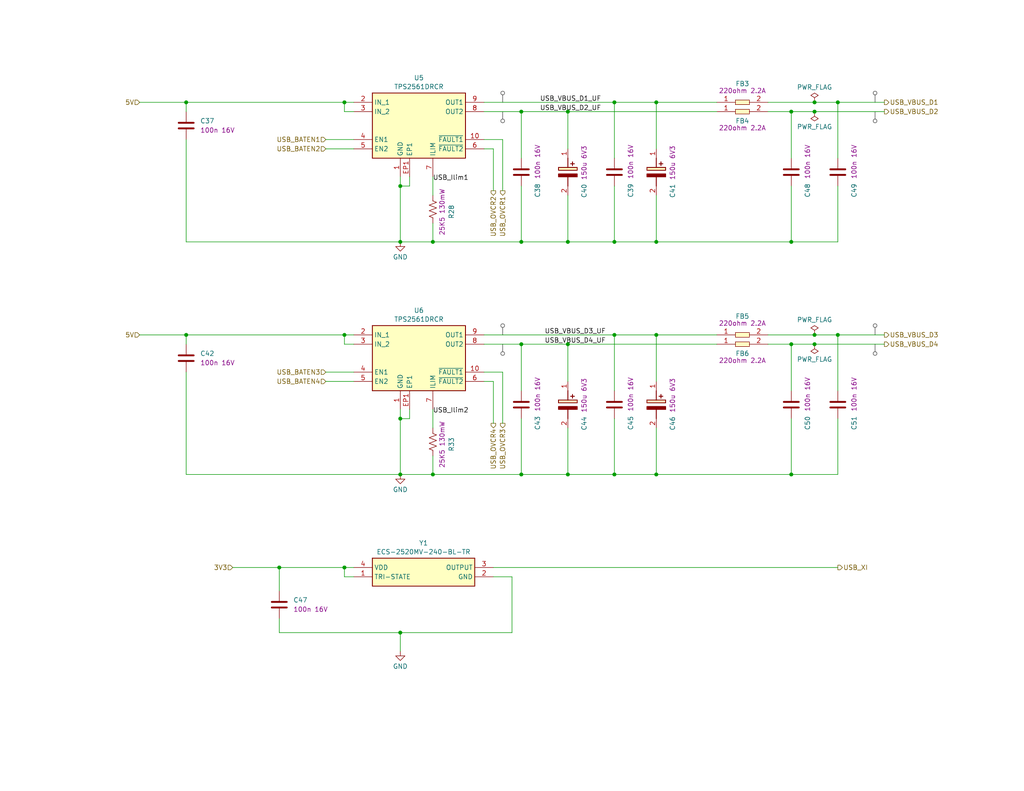
<source format=kicad_sch>
(kicad_sch
	(version 20250114)
	(generator "eeschema")
	(generator_version "9.0")
	(uuid "dacf45ee-3715-41a3-aabd-0023ea790763")
	(paper "USLetter")
	(title_block
		(title "1026 RPi Power Hat")
		(date "2025-04-11")
		(rev "1.0.0 RC3")
		(company "Dan Wilson")
		(comment 1 "Copyright © 2025 Dan Wilson")
		(comment 4 "USB Power Control")
	)
	(lib_symbols
		(symbol "DW_Passives:[C] Kyocera AVX Tant Poly TCJB157M006R0070"
			(pin_names
				(hide yes)
			)
			(exclude_from_sim no)
			(in_bom yes)
			(on_board yes)
			(property "Reference" "C"
				(at 5.08 7.62 0)
				(effects
					(font
						(size 1.27 1.27)
					)
					(justify left top)
				)
			)
			(property "Value" "TCJB157M006R0070"
				(at -3.175 5.08 0)
				(effects
					(font
						(size 1.27 1.27)
					)
					(justify left top)
				)
			)
			(property "Footprint" "DW_Passives:[C] Kyocera AVC Tant Poly TCJB157M006R0070"
				(at 8.89 -96.19 0)
				(effects
					(font
						(size 1.27 1.27)
					)
					(justify left top)
					(hide yes)
				)
			)
			(property "Datasheet" "https://www.mouser.com/datasheet/2/40/TCJ-2887130.pdf"
				(at 8.89 -196.19 0)
				(effects
					(font
						(size 1.27 1.27)
					)
					(justify left top)
					(hide yes)
				)
			)
			(property "Description" "AVX 150uF SMD Solid Polymer Tantalum Electrolytic Capacitor, 6.3 V dc +/-20%, TCJ Series"
				(at 6.35 -5.715 0)
				(effects
					(font
						(size 1.27 1.27)
					)
					(hide yes)
				)
			)
			(property "Height" "2.1"
				(at 8.89 -396.19 0)
				(effects
					(font
						(size 1.27 1.27)
					)
					(justify left top)
					(hide yes)
				)
			)
			(property "Mouser Part Number" "581-TCJB157M006R0070"
				(at 8.89 -496.19 0)
				(effects
					(font
						(size 1.27 1.27)
					)
					(justify left top)
					(hide yes)
				)
			)
			(property "Mouser Price/Stock" "https://www.mouser.com/ProductDetail/KYOCERA-AVX/TCJB157M006R0070?qs=sGAEpiMZZMtZ1n0r9vR22Vo76tYnmDT9Xj8e1bjhAMU%3D"
				(at 8.89 -596.19 0)
				(effects
					(font
						(size 1.27 1.27)
					)
					(justify left top)
					(hide yes)
				)
			)
			(property "Manufacturer_Name" "Kyocera AVX"
				(at 8.89 -696.19 0)
				(effects
					(font
						(size 1.27 1.27)
					)
					(justify left top)
					(hide yes)
				)
			)
			(property "Manufacturer_Part_Number" "TCJB157M006R0070"
				(at 8.89 -796.19 0)
				(effects
					(font
						(size 1.27 1.27)
					)
					(justify left top)
					(hide yes)
				)
			)
			(property "Spec" "150u 6V3"
				(at 6.35 -8.255 0)
				(effects
					(font
						(size 1.27 1.27)
					)
					(hide yes)
				)
			)
			(property "ki_keywords" "AVX 150uF SMD Solid Polymer Tantalum Electrolytic Capacitor, 6.3 V dc +/-20%, TCJ Series"
				(at 0 0 0)
				(effects
					(font
						(size 1.27 1.27)
					)
					(hide yes)
				)
			)
			(symbol "[C] Kyocera AVX Tant Poly TCJB157M006R0070_1_1"
				(polyline
					(pts
						(xy 2.54 0) (xy 5.08 0)
					)
					(stroke
						(width 0.254)
						(type default)
					)
					(fill
						(type none)
					)
				)
				(polyline
					(pts
						(xy 4.064 1.778) (xy 4.064 0.762)
					)
					(stroke
						(width 0.254)
						(type default)
					)
					(fill
						(type none)
					)
				)
				(polyline
					(pts
						(xy 4.572 1.27) (xy 3.556 1.27)
					)
					(stroke
						(width 0.254)
						(type default)
					)
					(fill
						(type none)
					)
				)
				(rectangle
					(start 5.08 2.54)
					(end 5.842 -2.54)
					(stroke
						(width 0.254)
						(type default)
					)
					(fill
						(type background)
					)
				)
				(polyline
					(pts
						(xy 7.62 2.54) (xy 7.62 -2.54) (xy 6.858 -2.54) (xy 6.858 2.54) (xy 7.62 2.54)
					)
					(stroke
						(width 0.254)
						(type default)
					)
					(fill
						(type outline)
					)
				)
				(polyline
					(pts
						(xy 7.62 0) (xy 10.16 0)
					)
					(stroke
						(width 0.254)
						(type default)
					)
					(fill
						(type none)
					)
				)
				(pin passive line
					(at 0 0 0)
					(length 2.54)
					(name "+"
						(effects
							(font
								(size 1.27 1.27)
							)
						)
					)
					(number "1"
						(effects
							(font
								(size 1.27 1.27)
							)
						)
					)
				)
				(pin passive line
					(at 12.7 0 180)
					(length 2.54)
					(name "-"
						(effects
							(font
								(size 1.27 1.27)
							)
						)
					)
					(number "2"
						(effects
							(font
								(size 1.27 1.27)
							)
						)
					)
				)
			)
			(embedded_fonts no)
		)
		(symbol "DW_Passives:[FB] Murata BLM18KG221SN1D 220ohm 2.2A"
			(exclude_from_sim no)
			(in_bom yes)
			(on_board yes)
			(property "Reference" "FB"
				(at 5.715 6.985 0)
				(effects
					(font
						(size 1.27 1.27)
					)
					(justify left top)
				)
			)
			(property "Value" "BLM18KG221SN1D"
				(at -1.905 4.445 0)
				(effects
					(font
						(size 1.27 1.27)
					)
					(justify left top)
				)
			)
			(property "Footprint" "DW_Passives:[FB] Murata BLM18KG221SN1D 220ohm 2.2A"
				(at 16.51 -94.92 0)
				(effects
					(font
						(size 1.27 1.27)
					)
					(justify left top)
					(hide yes)
				)
			)
			(property "Datasheet" "https://www.mouser.com/datasheet/2/281/ENFA0003-1915778.pdf"
				(at 16.51 -194.92 0)
				(effects
					(font
						(size 1.27 1.27)
					)
					(justify left top)
					(hide yes)
				)
			)
			(property "Description" "BLM18 Series EMI Suppression Filter 220+/-25% at 100MHz 2.2A @85"
				(at 6.985 -3.175 0)
				(effects
					(font
						(size 1.27 1.27)
					)
					(hide yes)
				)
			)
			(property "Height" "0.55"
				(at 16.51 -394.92 0)
				(effects
					(font
						(size 1.27 1.27)
					)
					(justify left top)
					(hide yes)
				)
			)
			(property "Mouser Part Number" "81-BLM18KG221SN1D"
				(at 16.51 -494.92 0)
				(effects
					(font
						(size 1.27 1.27)
					)
					(justify left top)
					(hide yes)
				)
			)
			(property "Mouser Price/Stock" "https://www.mouser.com/ProductDetail/Murata-Electronics/BLM18KG221SN1D?qs=sGAEpiMZZMt1hubY80%2Fs8NG1wYLooWOYKm5VhW8T2xQ%3D"
				(at 16.51 -594.92 0)
				(effects
					(font
						(size 1.27 1.27)
					)
					(justify left top)
					(hide yes)
				)
			)
			(property "Manufacturer_Name" "Murata Electronics"
				(at 16.51 -694.92 0)
				(effects
					(font
						(size 1.27 1.27)
					)
					(justify left top)
					(hide yes)
				)
			)
			(property "Manufacturer_Part_Number" "BLM18KG221SN1D"
				(at 16.51 -794.92 0)
				(effects
					(font
						(size 1.27 1.27)
					)
					(justify left top)
					(hide yes)
				)
			)
			(property "ki_keywords" "BLM18 Series EMI Suppression Filter 220+/-25% at 100MHz 2.2A @85"
				(at 0 0 0)
				(effects
					(font
						(size 1.27 1.27)
					)
					(hide yes)
				)
			)
			(symbol "[FB] Murata BLM18KG221SN1D 220ohm 2.2A_1_1"
				(rectangle
					(start 5.08 0.635)
					(end 8.89 -0.635)
					(stroke
						(width 0)
						(type solid)
					)
					(fill
						(type background)
					)
				)
				(pin passive line
					(at 0 0 0)
					(length 5.08)
					(name ""
						(effects
							(font
								(size 1.27 1.27)
							)
						)
					)
					(number "1"
						(effects
							(font
								(size 1.27 1.27)
							)
						)
					)
				)
				(pin passive line
					(at 13.97 0 180)
					(length 5.08)
					(name ""
						(effects
							(font
								(size 1.27 1.27)
							)
						)
					)
					(number "2"
						(effects
							(font
								(size 1.27 1.27)
							)
						)
					)
				)
			)
			(embedded_fonts no)
		)
		(symbol "DW_Semiconductors:[Y] ECS Clock Osc 24Mhz ECS-2520MV-240-BL-TR"
			(exclude_from_sim no)
			(in_bom yes)
			(on_board yes)
			(property "Reference" "Y"
				(at 16.51 8.255 0)
				(effects
					(font
						(size 1.27 1.27)
					)
					(justify left top)
				)
			)
			(property "Value" "ECS-2520MV-240-BL-TR"
				(at 5.715 5.715 0)
				(effects
					(font
						(size 1.27 1.27)
					)
					(justify left top)
				)
			)
			(property "Footprint" "DW_Semiconductors:[Y] ECS Clock Osc 24MHz ECS2520MV240BLTR"
				(at 34.29 -94.92 0)
				(effects
					(font
						(size 1.27 1.27)
					)
					(justify left top)
					(hide yes)
				)
			)
			(property "Datasheet" "https://ecsxtal.com/store/pdf/ECS-2520MV.pdf"
				(at 34.29 -194.92 0)
				(effects
					(font
						(size 1.27 1.27)
					)
					(justify left top)
					(hide yes)
				)
			)
			(property "Description" "Standard Clock Oscillators 24.000 MHz Multi-Volt 1.6 3.6V +/-50 ppm -10 +70 C 4-SMD 2.5x2.0mm RoHS"
				(at 19.05 -8.89 0)
				(effects
					(font
						(size 1.27 1.27)
					)
					(hide yes)
				)
			)
			(property "Height" "0.9"
				(at 34.29 -394.92 0)
				(effects
					(font
						(size 1.27 1.27)
					)
					(justify left top)
					(hide yes)
				)
			)
			(property "Mouser Part Number" "520-2520MV-240-BL-TR"
				(at 34.29 -494.92 0)
				(effects
					(font
						(size 1.27 1.27)
					)
					(justify left top)
					(hide yes)
				)
			)
			(property "Mouser Price/Stock" "https://www.mouser.com/ProductDetail/ECS/ECS-2520MV-240-BL-TR?qs=DRkmTr78QAT9UStHJvO4kg%3D%3D"
				(at 34.29 -594.92 0)
				(effects
					(font
						(size 1.27 1.27)
					)
					(justify left top)
					(hide yes)
				)
			)
			(property "Manufacturer_Name" "ECS"
				(at 34.29 -694.92 0)
				(effects
					(font
						(size 1.27 1.27)
					)
					(justify left top)
					(hide yes)
				)
			)
			(property "Manufacturer_Part_Number" "ECS-2520MV-240-BL-TR"
				(at 34.29 -794.92 0)
				(effects
					(font
						(size 1.27 1.27)
					)
					(justify left top)
					(hide yes)
				)
			)
			(property "ki_keywords" "Standard Clock Oscillators 24.000 MHz Multi-Volt 1.6 3.6V +/-50 ppm -10 +70 C 4-SMD 2.5x2.0mm RoHS"
				(at 0 0 0)
				(effects
					(font
						(size 1.27 1.27)
					)
					(hide yes)
				)
			)
			(symbol "[Y] ECS Clock Osc 24Mhz ECS-2520MV-240-BL-TR_1_1"
				(rectangle
					(start 5.08 2.54)
					(end 33.02 -5.08)
					(stroke
						(width 0.254)
						(type default)
					)
					(fill
						(type background)
					)
				)
				(pin passive line
					(at 0 0 0)
					(length 5.08)
					(name "VDD"
						(effects
							(font
								(size 1.27 1.27)
							)
						)
					)
					(number "4"
						(effects
							(font
								(size 1.27 1.27)
							)
						)
					)
				)
				(pin passive line
					(at 0 -2.54 0)
					(length 5.08)
					(name "TRI-STATE"
						(effects
							(font
								(size 1.27 1.27)
							)
						)
					)
					(number "1"
						(effects
							(font
								(size 1.27 1.27)
							)
						)
					)
				)
				(pin passive line
					(at 38.1 0 180)
					(length 5.08)
					(name "OUTPUT"
						(effects
							(font
								(size 1.27 1.27)
							)
						)
					)
					(number "3"
						(effects
							(font
								(size 1.27 1.27)
							)
						)
					)
				)
				(pin passive line
					(at 38.1 -2.54 180)
					(length 5.08)
					(name "GND"
						(effects
							(font
								(size 1.27 1.27)
							)
						)
					)
					(number "2"
						(effects
							(font
								(size 1.27 1.27)
							)
						)
					)
				)
			)
			(embedded_fonts no)
		)
		(symbol "Device:C"
			(pin_numbers
				(hide yes)
			)
			(pin_names
				(offset 0.254)
			)
			(exclude_from_sim no)
			(in_bom yes)
			(on_board yes)
			(property "Reference" "C"
				(at 0.635 2.54 0)
				(effects
					(font
						(size 1.27 1.27)
					)
					(justify left)
				)
			)
			(property "Value" "C"
				(at 0.635 -2.54 0)
				(effects
					(font
						(size 1.27 1.27)
					)
					(justify left)
				)
			)
			(property "Footprint" ""
				(at 0.9652 -3.81 0)
				(effects
					(font
						(size 1.27 1.27)
					)
					(hide yes)
				)
			)
			(property "Datasheet" "~"
				(at 0 0 0)
				(effects
					(font
						(size 1.27 1.27)
					)
					(hide yes)
				)
			)
			(property "Description" "Unpolarized capacitor"
				(at 0 0 0)
				(effects
					(font
						(size 1.27 1.27)
					)
					(hide yes)
				)
			)
			(property "ki_keywords" "cap capacitor"
				(at 0 0 0)
				(effects
					(font
						(size 1.27 1.27)
					)
					(hide yes)
				)
			)
			(property "ki_fp_filters" "C_*"
				(at 0 0 0)
				(effects
					(font
						(size 1.27 1.27)
					)
					(hide yes)
				)
			)
			(symbol "C_0_1"
				(polyline
					(pts
						(xy -2.032 0.762) (xy 2.032 0.762)
					)
					(stroke
						(width 0.508)
						(type default)
					)
					(fill
						(type none)
					)
				)
				(polyline
					(pts
						(xy -2.032 -0.762) (xy 2.032 -0.762)
					)
					(stroke
						(width 0.508)
						(type default)
					)
					(fill
						(type none)
					)
				)
			)
			(symbol "C_1_1"
				(pin passive line
					(at 0 3.81 270)
					(length 2.794)
					(name "~"
						(effects
							(font
								(size 1.27 1.27)
							)
						)
					)
					(number "1"
						(effects
							(font
								(size 1.27 1.27)
							)
						)
					)
				)
				(pin passive line
					(at 0 -3.81 90)
					(length 2.794)
					(name "~"
						(effects
							(font
								(size 1.27 1.27)
							)
						)
					)
					(number "2"
						(effects
							(font
								(size 1.27 1.27)
							)
						)
					)
				)
			)
			(embedded_fonts no)
		)
		(symbol "Device:R_US"
			(pin_numbers
				(hide yes)
			)
			(pin_names
				(offset 0)
			)
			(exclude_from_sim no)
			(in_bom yes)
			(on_board yes)
			(property "Reference" "R"
				(at 2.54 0 90)
				(effects
					(font
						(size 1.27 1.27)
					)
				)
			)
			(property "Value" "R_US"
				(at -2.54 0 90)
				(effects
					(font
						(size 1.27 1.27)
					)
				)
			)
			(property "Footprint" ""
				(at 1.016 -0.254 90)
				(effects
					(font
						(size 1.27 1.27)
					)
					(hide yes)
				)
			)
			(property "Datasheet" "~"
				(at 0 0 0)
				(effects
					(font
						(size 1.27 1.27)
					)
					(hide yes)
				)
			)
			(property "Description" "Resistor, US symbol"
				(at 0 0 0)
				(effects
					(font
						(size 1.27 1.27)
					)
					(hide yes)
				)
			)
			(property "ki_keywords" "R res resistor"
				(at 0 0 0)
				(effects
					(font
						(size 1.27 1.27)
					)
					(hide yes)
				)
			)
			(property "ki_fp_filters" "R_*"
				(at 0 0 0)
				(effects
					(font
						(size 1.27 1.27)
					)
					(hide yes)
				)
			)
			(symbol "R_US_0_1"
				(polyline
					(pts
						(xy 0 2.286) (xy 0 2.54)
					)
					(stroke
						(width 0)
						(type default)
					)
					(fill
						(type none)
					)
				)
				(polyline
					(pts
						(xy 0 2.286) (xy 1.016 1.905) (xy 0 1.524) (xy -1.016 1.143) (xy 0 0.762)
					)
					(stroke
						(width 0)
						(type default)
					)
					(fill
						(type none)
					)
				)
				(polyline
					(pts
						(xy 0 0.762) (xy 1.016 0.381) (xy 0 0) (xy -1.016 -0.381) (xy 0 -0.762)
					)
					(stroke
						(width 0)
						(type default)
					)
					(fill
						(type none)
					)
				)
				(polyline
					(pts
						(xy 0 -0.762) (xy 1.016 -1.143) (xy 0 -1.524) (xy -1.016 -1.905) (xy 0 -2.286)
					)
					(stroke
						(width 0)
						(type default)
					)
					(fill
						(type none)
					)
				)
				(polyline
					(pts
						(xy 0 -2.286) (xy 0 -2.54)
					)
					(stroke
						(width 0)
						(type default)
					)
					(fill
						(type none)
					)
				)
			)
			(symbol "R_US_1_1"
				(pin passive line
					(at 0 3.81 270)
					(length 1.27)
					(name "~"
						(effects
							(font
								(size 1.27 1.27)
							)
						)
					)
					(number "1"
						(effects
							(font
								(size 1.27 1.27)
							)
						)
					)
				)
				(pin passive line
					(at 0 -3.81 90)
					(length 1.27)
					(name "~"
						(effects
							(font
								(size 1.27 1.27)
							)
						)
					)
					(number "2"
						(effects
							(font
								(size 1.27 1.27)
							)
						)
					)
				)
			)
			(embedded_fonts no)
		)
		(symbol "[U] TI USB Power Ctlr TPS2561DRCR_1"
			(exclude_from_sim no)
			(in_bom yes)
			(on_board yes)
			(property "Reference" "U5"
				(at 17.78 6.6845 0)
				(effects
					(font
						(size 1.27 1.27)
					)
				)
			)
			(property "Value" "TPS2561DRCR"
				(at 17.78 4.2602 0)
				(effects
					(font
						(size 1.27 1.27)
					)
				)
			)
			(property "Footprint" "DW_Semiconductors:[U] TI USB Power Ctlr TPS2561DRCR"
				(at 31.75 -94.92 0)
				(effects
					(font
						(size 1.27 1.27)
					)
					(justify left top)
					(hide yes)
				)
			)
			(property "Datasheet" "https://www.ti.com/lit/gpn/TPS2561"
				(at 31.75 -194.92 0)
				(effects
					(font
						(size 1.27 1.27)
					)
					(justify left top)
					(hide yes)
				)
			)
			(property "Description" "Power Switch ICs - Power Distribution Dual Ch Prec Adj Current-Ltd Pwr Sw"
				(at 18.415 -29.21 0)
				(effects
					(font
						(size 1.27 1.27)
					)
					(hide yes)
				)
			)
			(property "Height" "1.0"
				(at 31.75 -394.92 0)
				(effects
					(font
						(size 1.27 1.27)
					)
					(justify left top)
					(hide yes)
				)
			)
			(property "Mouser Part Number" "595-TPS2561DRCR"
				(at 31.75 -494.92 0)
				(effects
					(font
						(size 1.27 1.27)
					)
					(justify left top)
					(hide yes)
				)
			)
			(property "Mouser Price/Stock" "https://www.mouser.co.uk/ProductDetail/Texas-Instruments/TPS2561DRCR?qs=%2Fqzd9s%252BcLd7rIDSRKlRjAw%3D%3D"
				(at 31.75 -594.92 0)
				(effects
					(font
						(size 1.27 1.27)
					)
					(justify left top)
					(hide yes)
				)
			)
			(property "Manufacturer_Name" "Texas Instruments"
				(at 31.75 -694.92 0)
				(effects
					(font
						(size 1.27 1.27)
					)
					(justify left top)
					(hide yes)
				)
			)
			(property "Manufacturer_Part_Number" "TPS2561DRCR"
				(at 31.75 -794.92 0)
				(effects
					(font
						(size 1.27 1.27)
					)
					(justify left top)
					(hide yes)
				)
			)
			(property "ki_keywords" "Power Switch ICs - Power Distribution Dual Ch Prec Adj Current-Ltd Pwr Sw"
				(at 0 0 0)
				(effects
					(font
						(size 1.27 1.27)
					)
					(hide yes)
				)
			)
			(symbol "[U] TI USB Power Ctlr TPS2561DRCR_1_1_1"
				(rectangle
					(start 5.08 2.54)
					(end 30.48 -15.24)
					(stroke
						(width 0.254)
						(type default)
					)
					(fill
						(type background)
					)
				)
				(pin passive line
					(at 0 0 0)
					(length 5.08)
					(name "IN_1"
						(effects
							(font
								(size 1.27 1.27)
							)
						)
					)
					(number "2"
						(effects
							(font
								(size 1.27 1.27)
							)
						)
					)
				)
				(pin passive line
					(at 0 -2.54 0)
					(length 5.08)
					(name "IN_2"
						(effects
							(font
								(size 1.27 1.27)
							)
						)
					)
					(number "3"
						(effects
							(font
								(size 1.27 1.27)
							)
						)
					)
				)
				(pin passive line
					(at 0 -10.16 0)
					(length 5.08)
					(name "EN1"
						(effects
							(font
								(size 1.27 1.27)
							)
						)
					)
					(number "4"
						(effects
							(font
								(size 1.27 1.27)
							)
						)
					)
				)
				(pin passive line
					(at 0 -12.7 0)
					(length 5.08)
					(name "EN2"
						(effects
							(font
								(size 1.27 1.27)
							)
						)
					)
					(number "5"
						(effects
							(font
								(size 1.27 1.27)
							)
						)
					)
				)
				(pin passive line
					(at 12.7 -20.32 90)
					(length 5.08)
					(name "GND"
						(effects
							(font
								(size 1.27 1.27)
							)
						)
					)
					(number "1"
						(effects
							(font
								(size 1.27 1.27)
							)
						)
					)
				)
				(pin passive line
					(at 15.24 -20.32 90)
					(length 5.08)
					(name "EP1"
						(effects
							(font
								(size 1.27 1.27)
							)
						)
					)
					(number "EP1"
						(effects
							(font
								(size 1.27 1.27)
							)
						)
					)
				)
				(pin passive line
					(at 21.59 -20.32 90)
					(length 5.08)
					(name "ILIM"
						(effects
							(font
								(size 1.27 1.27)
							)
						)
					)
					(number "7"
						(effects
							(font
								(size 1.27 1.27)
							)
						)
					)
				)
				(pin passive line
					(at 35.56 0 180)
					(length 5.08)
					(name "OUT1"
						(effects
							(font
								(size 1.27 1.27)
							)
						)
					)
					(number "9"
						(effects
							(font
								(size 1.27 1.27)
							)
						)
					)
				)
				(pin passive line
					(at 35.56 -2.54 180)
					(length 5.08)
					(name "OUT2"
						(effects
							(font
								(size 1.27 1.27)
							)
						)
					)
					(number "8"
						(effects
							(font
								(size 1.27 1.27)
							)
						)
					)
				)
				(pin passive line
					(at 35.56 -10.16 180)
					(length 5.08)
					(name "~{FAULT1}"
						(effects
							(font
								(size 1.27 1.27)
							)
						)
					)
					(number "10"
						(effects
							(font
								(size 1.27 1.27)
							)
						)
					)
				)
				(pin passive line
					(at 35.56 -12.7 180)
					(length 5.08)
					(name "~{FAULT2}"
						(effects
							(font
								(size 1.27 1.27)
							)
						)
					)
					(number "6"
						(effects
							(font
								(size 1.27 1.27)
							)
						)
					)
				)
			)
			(embedded_fonts no)
		)
		(symbol "power:GND"
			(power)
			(pin_numbers
				(hide yes)
			)
			(pin_names
				(offset 0)
				(hide yes)
			)
			(exclude_from_sim no)
			(in_bom yes)
			(on_board yes)
			(property "Reference" "#PWR"
				(at 0 -6.35 0)
				(effects
					(font
						(size 1.27 1.27)
					)
					(hide yes)
				)
			)
			(property "Value" "GND"
				(at 0 -3.81 0)
				(effects
					(font
						(size 1.27 1.27)
					)
				)
			)
			(property "Footprint" ""
				(at 0 0 0)
				(effects
					(font
						(size 1.27 1.27)
					)
					(hide yes)
				)
			)
			(property "Datasheet" ""
				(at 0 0 0)
				(effects
					(font
						(size 1.27 1.27)
					)
					(hide yes)
				)
			)
			(property "Description" "Power symbol creates a global label with name \"GND\" , ground"
				(at 0 0 0)
				(effects
					(font
						(size 1.27 1.27)
					)
					(hide yes)
				)
			)
			(property "ki_keywords" "global power"
				(at 0 0 0)
				(effects
					(font
						(size 1.27 1.27)
					)
					(hide yes)
				)
			)
			(symbol "GND_0_1"
				(polyline
					(pts
						(xy 0 0) (xy 0 -1.27) (xy 1.27 -1.27) (xy 0 -2.54) (xy -1.27 -1.27) (xy 0 -1.27)
					)
					(stroke
						(width 0)
						(type default)
					)
					(fill
						(type none)
					)
				)
			)
			(symbol "GND_1_1"
				(pin power_in line
					(at 0 0 270)
					(length 0)
					(name "~"
						(effects
							(font
								(size 1.27 1.27)
							)
						)
					)
					(number "1"
						(effects
							(font
								(size 1.27 1.27)
							)
						)
					)
				)
			)
			(embedded_fonts no)
		)
		(symbol "power:PWR_FLAG"
			(power)
			(pin_numbers
				(hide yes)
			)
			(pin_names
				(offset 0)
				(hide yes)
			)
			(exclude_from_sim no)
			(in_bom yes)
			(on_board yes)
			(property "Reference" "#FLG"
				(at 0 1.905 0)
				(effects
					(font
						(size 1.27 1.27)
					)
					(hide yes)
				)
			)
			(property "Value" "PWR_FLAG"
				(at 0 3.81 0)
				(effects
					(font
						(size 1.27 1.27)
					)
				)
			)
			(property "Footprint" ""
				(at 0 0 0)
				(effects
					(font
						(size 1.27 1.27)
					)
					(hide yes)
				)
			)
			(property "Datasheet" "~"
				(at 0 0 0)
				(effects
					(font
						(size 1.27 1.27)
					)
					(hide yes)
				)
			)
			(property "Description" "Special symbol for telling ERC where power comes from"
				(at 0 0 0)
				(effects
					(font
						(size 1.27 1.27)
					)
					(hide yes)
				)
			)
			(property "ki_keywords" "flag power"
				(at 0 0 0)
				(effects
					(font
						(size 1.27 1.27)
					)
					(hide yes)
				)
			)
			(symbol "PWR_FLAG_0_0"
				(pin power_out line
					(at 0 0 90)
					(length 0)
					(name "~"
						(effects
							(font
								(size 1.27 1.27)
							)
						)
					)
					(number "1"
						(effects
							(font
								(size 1.27 1.27)
							)
						)
					)
				)
			)
			(symbol "PWR_FLAG_0_1"
				(polyline
					(pts
						(xy 0 0) (xy 0 1.27) (xy -1.016 1.905) (xy 0 2.54) (xy 1.016 1.905) (xy 0 1.27)
					)
					(stroke
						(width 0)
						(type default)
					)
					(fill
						(type none)
					)
				)
			)
			(embedded_fonts no)
		)
	)
	(junction
		(at 109.22 114.3)
		(diameter 0)
		(color 0 0 0 0)
		(uuid "07225123-21cc-4a0b-8564-9861643a040b")
	)
	(junction
		(at 109.22 50.8)
		(diameter 0)
		(color 0 0 0 0)
		(uuid "0b74ef8d-5c10-416f-83c9-196ac5be7048")
	)
	(junction
		(at 215.9 129.54)
		(diameter 0)
		(color 0 0 0 0)
		(uuid "14d71495-56e0-428e-87a7-058973c0ef0a")
	)
	(junction
		(at 142.24 30.48)
		(diameter 0)
		(color 0 0 0 0)
		(uuid "1b4ff152-ae97-4ab9-99c1-a7b0a4cebe7f")
	)
	(junction
		(at 142.24 66.04)
		(diameter 0)
		(color 0 0 0 0)
		(uuid "3512c570-3c37-45a1-bc3c-ba24df758737")
	)
	(junction
		(at 50.8 91.44)
		(diameter 0)
		(color 0 0 0 0)
		(uuid "37bedfdf-ea30-4bd1-b500-a3d5dabdf3f5")
	)
	(junction
		(at 154.94 93.98)
		(diameter 0)
		(color 0 0 0 0)
		(uuid "37f91877-7dbd-4086-aa85-7379b755807e")
	)
	(junction
		(at 222.25 91.44)
		(diameter 0)
		(color 0 0 0 0)
		(uuid "392be9b0-9032-4c5a-bf99-2f9bac532984")
	)
	(junction
		(at 109.22 172.72)
		(diameter 0)
		(color 0 0 0 0)
		(uuid "407723b9-3843-4cc5-b4ce-2712585a9be3")
	)
	(junction
		(at 179.07 27.94)
		(diameter 0)
		(color 0 0 0 0)
		(uuid "47e0a8a1-b63b-43b3-be04-314aa239154b")
	)
	(junction
		(at 215.9 93.98)
		(diameter 0)
		(color 0 0 0 0)
		(uuid "48579068-943d-4faf-873e-ef6615ab4106")
	)
	(junction
		(at 167.64 27.94)
		(diameter 0)
		(color 0 0 0 0)
		(uuid "4f901706-95fc-4484-9656-ef513ff916b9")
	)
	(junction
		(at 154.94 129.54)
		(diameter 0)
		(color 0 0 0 0)
		(uuid "50f2f653-f410-4770-9b61-bd3095d8c0a2")
	)
	(junction
		(at 167.64 91.44)
		(diameter 0)
		(color 0 0 0 0)
		(uuid "52a2d2e1-82be-43a0-9655-3b10be0e2ae9")
	)
	(junction
		(at 228.6 91.44)
		(diameter 0)
		(color 0 0 0 0)
		(uuid "5aca9739-f3c3-4e7a-b95e-d691267fa5a9")
	)
	(junction
		(at 222.25 93.98)
		(diameter 0)
		(color 0 0 0 0)
		(uuid "5aff7e1d-1abf-4e1f-a422-6a542ddef41d")
	)
	(junction
		(at 222.25 27.94)
		(diameter 0)
		(color 0 0 0 0)
		(uuid "5d110486-f9b5-4373-9baf-af07257a97c1")
	)
	(junction
		(at 93.98 154.94)
		(diameter 0)
		(color 0 0 0 0)
		(uuid "632ee67f-f8c7-442c-95d1-a985989a9abf")
	)
	(junction
		(at 76.2 154.94)
		(diameter 0)
		(color 0 0 0 0)
		(uuid "69a7d506-ef9f-4d55-b94b-69925c4f4e8c")
	)
	(junction
		(at 154.94 30.48)
		(diameter 0)
		(color 0 0 0 0)
		(uuid "6ac9068c-c75e-423e-936d-bf10a99bbc07")
	)
	(junction
		(at 93.98 27.94)
		(diameter 0)
		(color 0 0 0 0)
		(uuid "70dd2e75-5810-4a89-bda5-d8afe2eadb86")
	)
	(junction
		(at 179.07 91.44)
		(diameter 0)
		(color 0 0 0 0)
		(uuid "991f11d3-5079-456f-a016-952bea2f5cd6")
	)
	(junction
		(at 228.6 27.94)
		(diameter 0)
		(color 0 0 0 0)
		(uuid "9ca0d4d2-2b33-42fe-91fa-cc7987b23c0b")
	)
	(junction
		(at 167.64 66.04)
		(diameter 0)
		(color 0 0 0 0)
		(uuid "a76b36a5-4e5c-46a5-be9e-4f424fb59b50")
	)
	(junction
		(at 142.24 129.54)
		(diameter 0)
		(color 0 0 0 0)
		(uuid "aa03f9a8-b650-45d9-9620-3d6a0b99edfd")
	)
	(junction
		(at 167.64 129.54)
		(diameter 0)
		(color 0 0 0 0)
		(uuid "b5618d1f-de06-4e2b-b1e6-3e0e05979fcd")
	)
	(junction
		(at 154.94 66.04)
		(diameter 0)
		(color 0 0 0 0)
		(uuid "bddc5042-f4ad-47a2-99c2-1aa57560f2cb")
	)
	(junction
		(at 215.9 30.48)
		(diameter 0)
		(color 0 0 0 0)
		(uuid "c2c4dbb7-d62c-4489-a94b-3d13e5b9848e")
	)
	(junction
		(at 93.98 91.44)
		(diameter 0)
		(color 0 0 0 0)
		(uuid "c3a2987f-b346-42ee-a37c-8e8bd3ba33ac")
	)
	(junction
		(at 215.9 66.04)
		(diameter 0)
		(color 0 0 0 0)
		(uuid "ca0712ab-9db4-440b-9ae6-f15241b38599")
	)
	(junction
		(at 118.11 66.04)
		(diameter 0)
		(color 0 0 0 0)
		(uuid "d05386cb-286e-40a8-a243-09b64ae29874")
	)
	(junction
		(at 179.07 129.54)
		(diameter 0)
		(color 0 0 0 0)
		(uuid "d69d29db-fbc2-4e5d-8fd9-034b936f5c72")
	)
	(junction
		(at 50.8 27.94)
		(diameter 0)
		(color 0 0 0 0)
		(uuid "dcd40c95-e17b-41c3-b2bc-6e88050fbe23")
	)
	(junction
		(at 118.11 129.54)
		(diameter 0)
		(color 0 0 0 0)
		(uuid "e497c4e7-d610-4497-944e-1c11ef840ac8")
	)
	(junction
		(at 222.25 30.48)
		(diameter 0)
		(color 0 0 0 0)
		(uuid "e63d5c81-57fe-4a53-a1a8-cf36a56a7c62")
	)
	(junction
		(at 142.24 93.98)
		(diameter 0)
		(color 0 0 0 0)
		(uuid "e7e8ccab-4c9e-4a9c-b99b-bb08c4fecfdf")
	)
	(junction
		(at 109.22 129.54)
		(diameter 0)
		(color 0 0 0 0)
		(uuid "ea72fcb2-d6f4-4654-94d6-ebbea13f3c42")
	)
	(junction
		(at 109.22 66.04)
		(diameter 0)
		(color 0 0 0 0)
		(uuid "edfebdc4-8948-4b11-9df3-39382a478b49")
	)
	(junction
		(at 179.07 66.04)
		(diameter 0)
		(color 0 0 0 0)
		(uuid "f50ed256-f9c8-4975-b0b5-ff7021a16965")
	)
	(wire
		(pts
			(xy 134.62 115.57) (xy 134.62 104.14)
		)
		(stroke
			(width 0)
			(type default)
		)
		(uuid "03408b38-3c63-4acb-a86f-0a9d368f42b9")
	)
	(wire
		(pts
			(xy 179.07 91.44) (xy 179.07 104.14)
		)
		(stroke
			(width 0)
			(type default)
		)
		(uuid "076b77d3-b5da-44f7-b26c-78a607ebea8e")
	)
	(wire
		(pts
			(xy 142.24 30.48) (xy 154.94 30.48)
		)
		(stroke
			(width 0)
			(type default)
		)
		(uuid "09249cac-9fa9-4a2e-a15b-cb406a4c3713")
	)
	(wire
		(pts
			(xy 215.9 30.48) (xy 215.9 43.18)
		)
		(stroke
			(width 0)
			(type default)
		)
		(uuid "0a20c998-fbe0-40dd-a858-f62f88958161")
	)
	(wire
		(pts
			(xy 222.25 91.44) (xy 228.6 91.44)
		)
		(stroke
			(width 0)
			(type default)
		)
		(uuid "0a2fc5fc-467f-49f4-a2f4-7360d3fc18a8")
	)
	(wire
		(pts
			(xy 93.98 93.98) (xy 96.52 93.98)
		)
		(stroke
			(width 0)
			(type default)
		)
		(uuid "0f646b7a-31b1-4294-93e4-6b4c2452a8ea")
	)
	(wire
		(pts
			(xy 222.25 30.48) (xy 241.3 30.48)
		)
		(stroke
			(width 0)
			(type default)
		)
		(uuid "0fbfe9de-058d-4495-bec5-40c98490680e")
	)
	(wire
		(pts
			(xy 50.8 101.6) (xy 50.8 129.54)
		)
		(stroke
			(width 0)
			(type default)
		)
		(uuid "1116119f-9818-4908-befa-a3eedd455531")
	)
	(wire
		(pts
			(xy 228.6 91.44) (xy 241.3 91.44)
		)
		(stroke
			(width 0)
			(type default)
		)
		(uuid "13d3f42d-2811-4aa7-adc6-32c6ca94ddb6")
	)
	(wire
		(pts
			(xy 167.64 66.04) (xy 179.07 66.04)
		)
		(stroke
			(width 0)
			(type default)
		)
		(uuid "14188124-152f-40a1-a545-1c0d4de113f0")
	)
	(wire
		(pts
			(xy 93.98 91.44) (xy 96.52 91.44)
		)
		(stroke
			(width 0)
			(type default)
		)
		(uuid "14d4ac7a-8fff-4a2f-9c99-ef215d52cbaa")
	)
	(wire
		(pts
			(xy 96.52 157.48) (xy 93.98 157.48)
		)
		(stroke
			(width 0)
			(type default)
		)
		(uuid "16bfacbb-8ebe-47e4-8f18-3fb210ee6c03")
	)
	(wire
		(pts
			(xy 93.98 91.44) (xy 93.98 93.98)
		)
		(stroke
			(width 0)
			(type default)
		)
		(uuid "1abc4333-7658-4d32-ab58-b07e71c01563")
	)
	(wire
		(pts
			(xy 76.2 172.72) (xy 109.22 172.72)
		)
		(stroke
			(width 0)
			(type default)
		)
		(uuid "1b2421c9-8662-4157-a7d2-91836b72da92")
	)
	(wire
		(pts
			(xy 111.76 111.76) (xy 111.76 114.3)
		)
		(stroke
			(width 0)
			(type default)
		)
		(uuid "1d1b2110-21e2-4345-8e7c-bb3405937b71")
	)
	(wire
		(pts
			(xy 118.11 48.26) (xy 118.11 53.34)
		)
		(stroke
			(width 0)
			(type default)
		)
		(uuid "1e86ceb9-8974-4a93-a78b-466ab511535e")
	)
	(wire
		(pts
			(xy 228.6 50.8) (xy 228.6 66.04)
		)
		(stroke
			(width 0)
			(type default)
		)
		(uuid "1f7a2e72-9aee-4340-a67d-c54352c97e89")
	)
	(wire
		(pts
			(xy 154.94 116.84) (xy 154.94 129.54)
		)
		(stroke
			(width 0)
			(type default)
		)
		(uuid "23135f84-cb68-4b72-ae7b-c3623d5b9e03")
	)
	(wire
		(pts
			(xy 134.62 52.07) (xy 134.62 40.64)
		)
		(stroke
			(width 0)
			(type default)
		)
		(uuid "2362ba49-1f74-4bc1-9099-2517350d9c41")
	)
	(wire
		(pts
			(xy 222.25 27.94) (xy 228.6 27.94)
		)
		(stroke
			(width 0)
			(type default)
		)
		(uuid "237b7beb-75a4-434a-9268-16a467d9ff19")
	)
	(wire
		(pts
			(xy 209.55 27.94) (xy 222.25 27.94)
		)
		(stroke
			(width 0)
			(type default)
		)
		(uuid "24c4827b-4e19-48b1-8ee6-f90608f4a696")
	)
	(wire
		(pts
			(xy 118.11 66.04) (xy 142.24 66.04)
		)
		(stroke
			(width 0)
			(type default)
		)
		(uuid "264afac5-cb66-4c34-9325-9f0e2dfaa037")
	)
	(wire
		(pts
			(xy 167.64 27.94) (xy 167.64 43.18)
		)
		(stroke
			(width 0)
			(type default)
		)
		(uuid "2b4e8ffc-2ed4-4c4d-bf11-b4fbe330a556")
	)
	(wire
		(pts
			(xy 93.98 157.48) (xy 93.98 154.94)
		)
		(stroke
			(width 0)
			(type default)
		)
		(uuid "2b6eae2a-a62c-43f6-b175-0805ca29867d")
	)
	(wire
		(pts
			(xy 228.6 114.3) (xy 228.6 129.54)
		)
		(stroke
			(width 0)
			(type default)
		)
		(uuid "2e21cd64-6880-4dae-9cf4-f0179e1baba2")
	)
	(wire
		(pts
			(xy 88.9 101.6) (xy 96.52 101.6)
		)
		(stroke
			(width 0)
			(type default)
		)
		(uuid "33059b21-57e6-4bd5-b9b5-136bd130b082")
	)
	(wire
		(pts
			(xy 109.22 172.72) (xy 109.22 177.8)
		)
		(stroke
			(width 0)
			(type default)
		)
		(uuid "3c8c90e2-8a16-4a73-8c1c-fbffc9e9eb9e")
	)
	(wire
		(pts
			(xy 109.22 66.04) (xy 118.11 66.04)
		)
		(stroke
			(width 0)
			(type default)
		)
		(uuid "40590fe8-be75-4096-9251-e208e433714f")
	)
	(wire
		(pts
			(xy 142.24 66.04) (xy 154.94 66.04)
		)
		(stroke
			(width 0)
			(type default)
		)
		(uuid "42579363-76a3-4086-a0c1-e3fa094ccaf4")
	)
	(wire
		(pts
			(xy 179.07 53.34) (xy 179.07 66.04)
		)
		(stroke
			(width 0)
			(type default)
		)
		(uuid "44d74c32-3ff6-4991-b58c-e168e18d5746")
	)
	(wire
		(pts
			(xy 142.24 129.54) (xy 154.94 129.54)
		)
		(stroke
			(width 0)
			(type default)
		)
		(uuid "4ae42bb6-0076-458d-a345-2587231f02ca")
	)
	(wire
		(pts
			(xy 118.11 111.76) (xy 118.11 116.84)
		)
		(stroke
			(width 0)
			(type default)
		)
		(uuid "4e92e189-12e0-40f4-b60e-222e71ffb06b")
	)
	(wire
		(pts
			(xy 111.76 114.3) (xy 109.22 114.3)
		)
		(stroke
			(width 0)
			(type default)
		)
		(uuid "51f0afd5-8cbe-488a-ab5e-5bcfd21ecae3")
	)
	(wire
		(pts
			(xy 63.5 154.94) (xy 76.2 154.94)
		)
		(stroke
			(width 0)
			(type default)
		)
		(uuid "530807dd-fb97-4ea2-9d2d-82f807524cdb")
	)
	(wire
		(pts
			(xy 93.98 30.48) (xy 96.52 30.48)
		)
		(stroke
			(width 0)
			(type default)
		)
		(uuid "56253952-27a6-4366-8c96-dca3a78a8a46")
	)
	(wire
		(pts
			(xy 215.9 50.8) (xy 215.9 66.04)
		)
		(stroke
			(width 0)
			(type default)
		)
		(uuid "564b9c5b-c412-4205-99ae-31bd766c6afa")
	)
	(wire
		(pts
			(xy 228.6 129.54) (xy 215.9 129.54)
		)
		(stroke
			(width 0)
			(type default)
		)
		(uuid "5755c942-933b-49d9-8341-9c64e478070f")
	)
	(wire
		(pts
			(xy 50.8 129.54) (xy 109.22 129.54)
		)
		(stroke
			(width 0)
			(type default)
		)
		(uuid "57e07d19-6744-42d8-a48d-48214dcba54a")
	)
	(wire
		(pts
			(xy 76.2 154.94) (xy 93.98 154.94)
		)
		(stroke
			(width 0)
			(type default)
		)
		(uuid "5b237ed1-1f28-4a60-9b74-acb5c624e195")
	)
	(wire
		(pts
			(xy 167.64 27.94) (xy 179.07 27.94)
		)
		(stroke
			(width 0)
			(type default)
		)
		(uuid "5c1a948e-7403-44c4-8c57-56478bc19120")
	)
	(wire
		(pts
			(xy 209.55 93.98) (xy 215.9 93.98)
		)
		(stroke
			(width 0)
			(type default)
		)
		(uuid "5cd718a5-a614-4dd9-8e6e-c893c742b624")
	)
	(wire
		(pts
			(xy 228.6 27.94) (xy 241.3 27.94)
		)
		(stroke
			(width 0)
			(type default)
		)
		(uuid "614cbcb3-00e1-4570-8ae6-a1937715ffdd")
	)
	(wire
		(pts
			(xy 50.8 91.44) (xy 93.98 91.44)
		)
		(stroke
			(width 0)
			(type default)
		)
		(uuid "61514f85-2d6a-4faa-8341-8eb36d9e3d3e")
	)
	(wire
		(pts
			(xy 109.22 114.3) (xy 109.22 129.54)
		)
		(stroke
			(width 0)
			(type default)
		)
		(uuid "643d8d63-117c-4270-bbb4-62616ea94b53")
	)
	(wire
		(pts
			(xy 134.62 40.64) (xy 132.08 40.64)
		)
		(stroke
			(width 0)
			(type default)
		)
		(uuid "65433f7a-46fc-45f3-8126-78a2e70df906")
	)
	(wire
		(pts
			(xy 154.94 30.48) (xy 154.94 40.64)
		)
		(stroke
			(width 0)
			(type default)
		)
		(uuid "65be14d7-8e0e-4e42-bb87-d8f53e61e11e")
	)
	(wire
		(pts
			(xy 139.7 157.48) (xy 134.62 157.48)
		)
		(stroke
			(width 0)
			(type default)
		)
		(uuid "65f99587-d336-4073-b6cd-daf53a962dcb")
	)
	(wire
		(pts
			(xy 88.9 40.64) (xy 96.52 40.64)
		)
		(stroke
			(width 0)
			(type default)
		)
		(uuid "6a5e246e-0db6-4eae-9bbb-aaef0c716a74")
	)
	(wire
		(pts
			(xy 137.16 101.6) (xy 132.08 101.6)
		)
		(stroke
			(width 0)
			(type default)
		)
		(uuid "6cabcad5-ecfa-46c7-af87-d3eb8991b7c2")
	)
	(wire
		(pts
			(xy 179.07 116.84) (xy 179.07 129.54)
		)
		(stroke
			(width 0)
			(type default)
		)
		(uuid "6dc1c65b-cb53-4eb3-adbc-6efc71ecaa59")
	)
	(wire
		(pts
			(xy 111.76 50.8) (xy 109.22 50.8)
		)
		(stroke
			(width 0)
			(type default)
		)
		(uuid "6fbe7512-0344-48f9-bb7f-b4e797482014")
	)
	(wire
		(pts
			(xy 50.8 38.1) (xy 50.8 66.04)
		)
		(stroke
			(width 0)
			(type default)
		)
		(uuid "70c3cd78-08d3-42b3-a49c-ba3d6745124e")
	)
	(wire
		(pts
			(xy 137.16 52.07) (xy 137.16 38.1)
		)
		(stroke
			(width 0)
			(type default)
		)
		(uuid "72c1e2be-1508-41d5-90d4-f2208ca1a25b")
	)
	(wire
		(pts
			(xy 134.62 104.14) (xy 132.08 104.14)
		)
		(stroke
			(width 0)
			(type default)
		)
		(uuid "79e2acba-4a33-42a2-99fc-4f5ee3b4b9b9")
	)
	(wire
		(pts
			(xy 154.94 129.54) (xy 167.64 129.54)
		)
		(stroke
			(width 0)
			(type default)
		)
		(uuid "7d35d684-01cb-462d-890c-feb57914b46b")
	)
	(wire
		(pts
			(xy 222.25 93.98) (xy 241.3 93.98)
		)
		(stroke
			(width 0)
			(type default)
		)
		(uuid "801e0e77-8527-498e-b0d9-6e89b2f58413")
	)
	(wire
		(pts
			(xy 132.08 30.48) (xy 142.24 30.48)
		)
		(stroke
			(width 0)
			(type default)
		)
		(uuid "82bb4bcc-db9e-41aa-b945-eebf293a3216")
	)
	(wire
		(pts
			(xy 167.64 91.44) (xy 179.07 91.44)
		)
		(stroke
			(width 0)
			(type default)
		)
		(uuid "84a9b64f-b381-4aad-88e1-62e701adf4d3")
	)
	(wire
		(pts
			(xy 109.22 129.54) (xy 118.11 129.54)
		)
		(stroke
			(width 0)
			(type default)
		)
		(uuid "88eaefec-1a21-4d4b-9226-cbc47e6176d5")
	)
	(wire
		(pts
			(xy 50.8 66.04) (xy 109.22 66.04)
		)
		(stroke
			(width 0)
			(type default)
		)
		(uuid "895df67c-dc3d-4bef-80d1-1e71d26698b0")
	)
	(wire
		(pts
			(xy 215.9 30.48) (xy 222.25 30.48)
		)
		(stroke
			(width 0)
			(type default)
		)
		(uuid "8b20f817-c9c7-4500-bff4-749ab9799f5d")
	)
	(wire
		(pts
			(xy 228.6 27.94) (xy 228.6 43.18)
		)
		(stroke
			(width 0)
			(type default)
		)
		(uuid "8cff2fb3-7ead-4bed-82d2-1fd5a9d6d26c")
	)
	(wire
		(pts
			(xy 215.9 66.04) (xy 179.07 66.04)
		)
		(stroke
			(width 0)
			(type default)
		)
		(uuid "92c16552-fc7a-45d2-a63f-9849b8b95f51")
	)
	(wire
		(pts
			(xy 209.55 91.44) (xy 222.25 91.44)
		)
		(stroke
			(width 0)
			(type default)
		)
		(uuid "93dca8b6-de75-4dd8-92c5-25baa2d0e4dc")
	)
	(wire
		(pts
			(xy 167.64 129.54) (xy 179.07 129.54)
		)
		(stroke
			(width 0)
			(type default)
		)
		(uuid "9782414c-d852-442e-a799-eee2d5712d02")
	)
	(wire
		(pts
			(xy 167.64 66.04) (xy 167.64 50.8)
		)
		(stroke
			(width 0)
			(type default)
		)
		(uuid "9a5dbb9d-d904-46be-9e41-462fb7663d23")
	)
	(wire
		(pts
			(xy 154.94 93.98) (xy 154.94 104.14)
		)
		(stroke
			(width 0)
			(type default)
		)
		(uuid "9aa07283-6cdf-4866-98ae-4a109a2f9df5")
	)
	(wire
		(pts
			(xy 142.24 30.48) (xy 142.24 43.18)
		)
		(stroke
			(width 0)
			(type default)
		)
		(uuid "a1b29af3-e2a1-42c4-b6e9-074824851a00")
	)
	(wire
		(pts
			(xy 179.07 27.94) (xy 179.07 40.64)
		)
		(stroke
			(width 0)
			(type default)
		)
		(uuid "a3a1f4bb-202b-4557-baca-14acbeaeb212")
	)
	(wire
		(pts
			(xy 209.55 30.48) (xy 215.9 30.48)
		)
		(stroke
			(width 0)
			(type default)
		)
		(uuid "a3b90f51-35fb-45a8-b8c6-1138023e9454")
	)
	(wire
		(pts
			(xy 215.9 93.98) (xy 215.9 106.68)
		)
		(stroke
			(width 0)
			(type default)
		)
		(uuid "a631f860-7268-4682-816a-7a204b1ec12f")
	)
	(wire
		(pts
			(xy 154.94 53.34) (xy 154.94 66.04)
		)
		(stroke
			(width 0)
			(type default)
		)
		(uuid "a7d6d9b3-cc79-462e-8edf-349c2cc9ad70")
	)
	(wire
		(pts
			(xy 118.11 129.54) (xy 142.24 129.54)
		)
		(stroke
			(width 0)
			(type default)
		)
		(uuid "aae0fd8a-80a1-404f-ad8a-c1320ed396d0")
	)
	(wire
		(pts
			(xy 111.76 48.26) (xy 111.76 50.8)
		)
		(stroke
			(width 0)
			(type default)
		)
		(uuid "acc08f45-efdc-44da-b967-4c6449e587c1")
	)
	(wire
		(pts
			(xy 118.11 124.46) (xy 118.11 129.54)
		)
		(stroke
			(width 0)
			(type default)
		)
		(uuid "af9323f7-63a0-4836-a144-8f0c39ac2c85")
	)
	(wire
		(pts
			(xy 50.8 27.94) (xy 50.8 30.48)
		)
		(stroke
			(width 0)
			(type default)
		)
		(uuid "b09eda63-b608-403b-a302-20a48bf2e84e")
	)
	(wire
		(pts
			(xy 228.6 91.44) (xy 228.6 106.68)
		)
		(stroke
			(width 0)
			(type default)
		)
		(uuid "b402569f-ee4e-4674-842e-3e4874f56f08")
	)
	(wire
		(pts
			(xy 109.22 111.76) (xy 109.22 114.3)
		)
		(stroke
			(width 0)
			(type default)
		)
		(uuid "b4ee76d9-c9c2-4edc-b141-ed5c52cd8d2c")
	)
	(wire
		(pts
			(xy 137.16 38.1) (xy 132.08 38.1)
		)
		(stroke
			(width 0)
			(type default)
		)
		(uuid "b5cbcab4-b0fb-442b-aa15-a8d2f4131211")
	)
	(wire
		(pts
			(xy 118.11 60.96) (xy 118.11 66.04)
		)
		(stroke
			(width 0)
			(type default)
		)
		(uuid "b7ffe40b-44fc-4268-a84b-253a352aa16b")
	)
	(wire
		(pts
			(xy 93.98 154.94) (xy 96.52 154.94)
		)
		(stroke
			(width 0)
			(type default)
		)
		(uuid "b8c193b3-cd89-41ef-934b-e89b3324252e")
	)
	(wire
		(pts
			(xy 132.08 91.44) (xy 167.64 91.44)
		)
		(stroke
			(width 0)
			(type default)
		)
		(uuid "bd738ad4-b04f-4816-ba89-09a372d0b65c")
	)
	(wire
		(pts
			(xy 215.9 129.54) (xy 179.07 129.54)
		)
		(stroke
			(width 0)
			(type default)
		)
		(uuid "c40e3ad2-ded8-4f76-9ce8-715744a3bf5c")
	)
	(wire
		(pts
			(xy 142.24 93.98) (xy 154.94 93.98)
		)
		(stroke
			(width 0)
			(type default)
		)
		(uuid "c461d9e5-2109-4b7d-bdc2-13d452590614")
	)
	(wire
		(pts
			(xy 215.9 114.3) (xy 215.9 129.54)
		)
		(stroke
			(width 0)
			(type default)
		)
		(uuid "c670fdfd-f2ec-46ae-a93d-07ad38456f75")
	)
	(wire
		(pts
			(xy 76.2 168.91) (xy 76.2 172.72)
		)
		(stroke
			(width 0)
			(type default)
		)
		(uuid "c7bbdc26-f9e9-4b14-ad3c-34badddda845")
	)
	(wire
		(pts
			(xy 139.7 172.72) (xy 139.7 157.48)
		)
		(stroke
			(width 0)
			(type default)
		)
		(uuid "c8663574-9961-4df8-b728-e5671e8466d5")
	)
	(wire
		(pts
			(xy 93.98 27.94) (xy 93.98 30.48)
		)
		(stroke
			(width 0)
			(type default)
		)
		(uuid "c8d05ad2-7a81-49d6-a74a-05c5e0aacc63")
	)
	(wire
		(pts
			(xy 50.8 27.94) (xy 93.98 27.94)
		)
		(stroke
			(width 0)
			(type default)
		)
		(uuid "c9585102-d186-410f-be0d-49906e807448")
	)
	(wire
		(pts
			(xy 38.1 27.94) (xy 50.8 27.94)
		)
		(stroke
			(width 0)
			(type default)
		)
		(uuid "c980b8ec-ea74-490e-aff1-63c9e64db13f")
	)
	(wire
		(pts
			(xy 154.94 66.04) (xy 167.64 66.04)
		)
		(stroke
			(width 0)
			(type default)
		)
		(uuid "ca31e61e-70a5-43f4-9005-b506e9045fbc")
	)
	(wire
		(pts
			(xy 179.07 91.44) (xy 195.58 91.44)
		)
		(stroke
			(width 0)
			(type default)
		)
		(uuid "cc49bfbc-72b3-46f9-9b9d-85d322235f21")
	)
	(wire
		(pts
			(xy 93.98 27.94) (xy 96.52 27.94)
		)
		(stroke
			(width 0)
			(type default)
		)
		(uuid "ccc034bb-4586-4541-aa2d-0f0660fddfea")
	)
	(wire
		(pts
			(xy 215.9 93.98) (xy 222.25 93.98)
		)
		(stroke
			(width 0)
			(type default)
		)
		(uuid "cebf31f0-e640-45d2-87a4-c579a5475c94")
	)
	(wire
		(pts
			(xy 228.6 66.04) (xy 215.9 66.04)
		)
		(stroke
			(width 0)
			(type default)
		)
		(uuid "cecf0a25-c36f-40fb-861f-20695067c40e")
	)
	(wire
		(pts
			(xy 154.94 30.48) (xy 195.58 30.48)
		)
		(stroke
			(width 0)
			(type default)
		)
		(uuid "d5d77afc-23c1-4d01-b3ff-ac3d0ad0f3c2")
	)
	(wire
		(pts
			(xy 137.16 115.57) (xy 137.16 101.6)
		)
		(stroke
			(width 0)
			(type default)
		)
		(uuid "de8b350d-c2c3-40e4-8ba9-5fd1f38ebd29")
	)
	(wire
		(pts
			(xy 142.24 129.54) (xy 142.24 114.3)
		)
		(stroke
			(width 0)
			(type default)
		)
		(uuid "e099eb8e-2368-4040-ab82-55068a2a2af9")
	)
	(wire
		(pts
			(xy 154.94 93.98) (xy 195.58 93.98)
		)
		(stroke
			(width 0)
			(type default)
		)
		(uuid "e2ea5cb2-a8b5-42f1-a70b-511d6d2e7dc1")
	)
	(wire
		(pts
			(xy 109.22 50.8) (xy 109.22 66.04)
		)
		(stroke
			(width 0)
			(type default)
		)
		(uuid "e431f91b-15c1-471c-88fc-86e563a8ebb9")
	)
	(wire
		(pts
			(xy 109.22 48.26) (xy 109.22 50.8)
		)
		(stroke
			(width 0)
			(type default)
		)
		(uuid "e5065827-acc0-42b6-8777-39a05c9ecf0e")
	)
	(wire
		(pts
			(xy 132.08 93.98) (xy 142.24 93.98)
		)
		(stroke
			(width 0)
			(type default)
		)
		(uuid "e9367e80-a4e9-4926-8174-3e744f135c7c")
	)
	(wire
		(pts
			(xy 88.9 104.14) (xy 96.52 104.14)
		)
		(stroke
			(width 0)
			(type default)
		)
		(uuid "eb057157-df91-409d-9ec9-c41cc43bc71c")
	)
	(wire
		(pts
			(xy 134.62 154.94) (xy 228.6 154.94)
		)
		(stroke
			(width 0)
			(type default)
		)
		(uuid "eb8cb5af-4962-412a-8ff6-334ec20e9dff")
	)
	(wire
		(pts
			(xy 50.8 91.44) (xy 50.8 93.98)
		)
		(stroke
			(width 0)
			(type default)
		)
		(uuid "ee47e32c-5ba4-4859-b65a-005144ac75ee")
	)
	(wire
		(pts
			(xy 179.07 27.94) (xy 195.58 27.94)
		)
		(stroke
			(width 0)
			(type default)
		)
		(uuid "ef8f38f1-413a-40b3-a0d4-73b33f6c2390")
	)
	(wire
		(pts
			(xy 142.24 66.04) (xy 142.24 50.8)
		)
		(stroke
			(width 0)
			(type default)
		)
		(uuid "f00b4a5f-3425-4f16-a4dd-72578ded84ad")
	)
	(wire
		(pts
			(xy 109.22 172.72) (xy 139.7 172.72)
		)
		(stroke
			(width 0)
			(type default)
		)
		(uuid "f1b99cb9-7126-4ece-824e-75c0665dce8b")
	)
	(wire
		(pts
			(xy 142.24 93.98) (xy 142.24 106.68)
		)
		(stroke
			(width 0)
			(type default)
		)
		(uuid "f244b25d-fd39-424d-8242-444c01fd09a7")
	)
	(wire
		(pts
			(xy 132.08 27.94) (xy 167.64 27.94)
		)
		(stroke
			(width 0)
			(type default)
		)
		(uuid "f83fd03e-511e-4e5f-8b11-1f906bd9d8a5")
	)
	(wire
		(pts
			(xy 167.64 129.54) (xy 167.64 114.3)
		)
		(stroke
			(width 0)
			(type default)
		)
		(uuid "f8a7a66e-ac91-4f18-852b-8b979cf3f3cc")
	)
	(wire
		(pts
			(xy 76.2 154.94) (xy 76.2 161.29)
		)
		(stroke
			(width 0)
			(type default)
		)
		(uuid "f8e7f61a-4ad9-491b-bb3e-9abb468d7b7b")
	)
	(wire
		(pts
			(xy 88.9 38.1) (xy 96.52 38.1)
		)
		(stroke
			(width 0)
			(type default)
		)
		(uuid "faa13cd9-7ef9-46e3-879b-1d27f730c098")
	)
	(wire
		(pts
			(xy 38.1 91.44) (xy 50.8 91.44)
		)
		(stroke
			(width 0)
			(type default)
		)
		(uuid "fc69e6cc-fcbb-45b0-89f8-6d473bf6bcfc")
	)
	(wire
		(pts
			(xy 167.64 91.44) (xy 167.64 106.68)
		)
		(stroke
			(width 0)
			(type default)
		)
		(uuid "fe2a7037-eda3-487f-b57e-f9bb42c51e23")
	)
	(label "USB_Ilim1"
		(at 118.11 49.53 0)
		(effects
			(font
				(size 1.27 1.27)
			)
			(justify left bottom)
		)
		(uuid "86b521d0-49ab-41c1-a158-3c84ba1b617f")
	)
	(label "USB_VBUS_D4_UF"
		(at 148.59 93.98 0)
		(effects
			(font
				(size 1.27 1.27)
			)
			(justify left bottom)
		)
		(uuid "b8584413-c266-401f-8e6e-c5afc76e1a54")
	)
	(label "USB_Ilim2"
		(at 118.11 113.03 0)
		(effects
			(font
				(size 1.27 1.27)
			)
			(justify left bottom)
		)
		(uuid "bfc0aeb5-f485-403d-86f5-adcc01d80500")
	)
	(label "USB_VBUS_D2_UF"
		(at 147.32 30.48 0)
		(effects
			(font
				(size 1.27 1.27)
			)
			(justify left bottom)
		)
		(uuid "c3f6fdd7-5634-4a45-b7a9-564ecdeddb68")
	)
	(label "USB_VBUS_D3_UF"
		(at 148.59 91.44 0)
		(effects
			(font
				(size 1.27 1.27)
			)
			(justify left bottom)
		)
		(uuid "eb53ae1c-42d4-4a0b-be5b-99f09ee5512c")
	)
	(label "USB_VBUS_D1_UF"
		(at 147.32 27.94 0)
		(effects
			(font
				(size 1.27 1.27)
			)
			(justify left bottom)
		)
		(uuid "f27ea15d-fb72-486f-87dd-8d7cf2918d5c")
	)
	(hierarchical_label "USB_VBUS_D4"
		(shape output)
		(at 241.3 93.98 0)
		(effects
			(font
				(size 1.27 1.27)
			)
			(justify left)
		)
		(uuid "0413f7fe-bedd-48ef-9b5e-072c08126c00")
	)
	(hierarchical_label "USB_XI"
		(shape output)
		(at 228.6 154.94 0)
		(effects
			(font
				(size 1.27 1.27)
			)
			(justify left)
		)
		(uuid "095b74da-8a57-494a-b957-6623da165703")
	)
	(hierarchical_label "USB_BATEN2"
		(shape input)
		(at 88.9 40.64 180)
		(effects
			(font
				(size 1.27 1.27)
			)
			(justify right)
		)
		(uuid "0981eb86-d681-457c-9a17-018cf9e47ced")
	)
	(hierarchical_label "USB_VBUS_D3"
		(shape output)
		(at 241.3 91.44 0)
		(effects
			(font
				(size 1.27 1.27)
			)
			(justify left)
		)
		(uuid "17106f18-6767-46d0-9637-81b950419c1f")
	)
	(hierarchical_label "USB_OVCR1"
		(shape output)
		(at 137.16 52.07 270)
		(effects
			(font
				(size 1.27 1.27)
			)
			(justify right)
		)
		(uuid "34fab530-5070-4f29-b13b-d7dafbad8b5d")
	)
	(hierarchical_label "5V"
		(shape input)
		(at 38.1 91.44 180)
		(effects
			(font
				(size 1.27 1.27)
			)
			(justify right)
		)
		(uuid "46277283-4d97-4e29-8bfa-ea841e6c43fe")
	)
	(hierarchical_label "USB_BATEN3"
		(shape input)
		(at 88.9 101.6 180)
		(effects
			(font
				(size 1.27 1.27)
			)
			(justify right)
		)
		(uuid "55176760-7222-4285-b7f8-b11b1f585dad")
	)
	(hierarchical_label "USB_OVCR2"
		(shape output)
		(at 134.62 52.07 270)
		(effects
			(font
				(size 1.27 1.27)
			)
			(justify right)
		)
		(uuid "614468f7-a61d-4178-971f-53bcdc65e0e2")
	)
	(hierarchical_label "3V3"
		(shape input)
		(at 63.5 154.94 180)
		(effects
			(font
				(size 1.27 1.27)
			)
			(justify right)
		)
		(uuid "a20f61ea-c526-4dcc-a44f-4d14a02c48d3")
	)
	(hierarchical_label "5V"
		(shape input)
		(at 38.1 27.94 180)
		(effects
			(font
				(size 1.27 1.27)
			)
			(justify right)
		)
		(uuid "ae81e8b9-4342-447d-9e9e-c12c3421e7e5")
	)
	(hierarchical_label "USB_BATEN1"
		(shape input)
		(at 88.9 38.1 180)
		(effects
			(font
				(size 1.27 1.27)
			)
			(justify right)
		)
		(uuid "b3b6e977-71e8-4a21-af6d-cd9afa545363")
	)
	(hierarchical_label "USB_VBUS_D2"
		(shape output)
		(at 241.3 30.48 0)
		(effects
			(font
				(size 1.27 1.27)
			)
			(justify left)
		)
		(uuid "b4f2219a-9a64-4ca1-ab79-b4684e20339b")
	)
	(hierarchical_label "USB_OVCR3"
		(shape output)
		(at 137.16 115.57 270)
		(effects
			(font
				(size 1.27 1.27)
			)
			(justify right)
		)
		(uuid "cc815f7b-7c0c-4d99-9b76-9440897cadc8")
	)
	(hierarchical_label "USB_VBUS_D1"
		(shape output)
		(at 241.3 27.94 0)
		(effects
			(font
				(size 1.27 1.27)
			)
			(justify left)
		)
		(uuid "e7fdcd04-58f9-4cde-bfed-8ed6afb6f96e")
	)
	(hierarchical_label "USB_BATEN4"
		(shape input)
		(at 88.9 104.14 180)
		(effects
			(font
				(size 1.27 1.27)
			)
			(justify right)
		)
		(uuid "ea09096c-79c4-411f-8a4e-7831785d302e")
	)
	(hierarchical_label "USB_OVCR4"
		(shape output)
		(at 134.62 115.57 270)
		(effects
			(font
				(size 1.27 1.27)
			)
			(justify right)
		)
		(uuid "ec2b962e-9af6-4355-a357-4d5e6dec0ce4")
	)
	(netclass_flag ""
		(length 2.54)
		(shape round)
		(at 137.16 30.48 180)
		(fields_autoplaced yes)
		(effects
			(font
				(size 1.27 1.27)
			)
			(justify right bottom)
		)
		(uuid "06d67ef6-a476-436b-8e4c-95b38ede92c2")
		(property "Netclass" "Output Current"
			(at 137.8585 33.02 0)
			(effects
				(font
					(size 1.27 1.27)
				)
				(justify left)
				(hide yes)
			)
		)
		(property "Netclass" "5V"
			(at 137.8585 31.5595 0)
			(effects
				(font
					(size 1.27 1.27)
				)
				(justify left)
				(hide yes)
			)
		)
	)
	(netclass_flag ""
		(length 2.54)
		(shape round)
		(at 238.76 30.48 180)
		(fields_autoplaced yes)
		(effects
			(font
				(size 1.27 1.27)
			)
			(justify right bottom)
		)
		(uuid "695608b5-e58c-4071-96d5-a4e26edd5849")
		(property "Netclass" "Output Current"
			(at 239.4585 33.02 0)
			(effects
				(font
					(size 1.27 1.27)
				)
				(justify left)
				(hide yes)
			)
		)
		(property "Netclass" "5V"
			(at 239.4585 31.5595 0)
			(effects
				(font
					(size 1.27 1.27)
				)
				(justify left)
				(hide yes)
			)
		)
	)
	(netclass_flag ""
		(length 2.54)
		(shape round)
		(at 137.16 91.44 0)
		(fields_autoplaced yes)
		(effects
			(font
				(size 1.27 1.27)
			)
			(justify left bottom)
		)
		(uuid "825919ad-a144-4b4d-8a32-d155e4a5bbff")
		(property "Netclass" "Output Current"
			(at 137.8585 88.9 0)
			(effects
				(font
					(size 1.27 1.27)
				)
				(justify left)
				(hide yes)
			)
		)
		(property "Netclass" "5V"
			(at 137.8585 90.3605 0)
			(effects
				(font
					(size 1.27 1.27)
				)
				(justify left)
				(hide yes)
			)
		)
	)
	(netclass_flag ""
		(length 2.54)
		(shape round)
		(at 238.76 93.98 180)
		(fields_autoplaced yes)
		(effects
			(font
				(size 1.27 1.27)
			)
			(justify right bottom)
		)
		(uuid "88f9d2e9-ba9e-42d6-a0d9-420b557f3da4")
		(property "Netclass" "Output Current"
			(at 239.4585 96.52 0)
			(effects
				(font
					(size 1.27 1.27)
				)
				(justify left)
				(hide yes)
			)
		)
		(property "Netclass" "5V"
			(at 239.4585 95.0595 0)
			(effects
				(font
					(size 1.27 1.27)
				)
				(justify left)
				(hide yes)
			)
		)
	)
	(netclass_flag ""
		(length 2.54)
		(shape round)
		(at 137.16 27.94 0)
		(fields_autoplaced yes)
		(effects
			(font
				(size 1.27 1.27)
			)
			(justify left bottom)
		)
		(uuid "890a53fa-6cd3-4a17-aeef-f4815282bf20")
		(property "Netclass" "Output Current"
			(at 137.8585 25.4 0)
			(effects
				(font
					(size 1.27 1.27)
				)
				(justify left)
				(hide yes)
			)
		)
		(property "Netclass" "5V"
			(at 137.8585 26.8605 0)
			(effects
				(font
					(size 1.27 1.27)
				)
				(justify left)
				(hide yes)
			)
		)
	)
	(netclass_flag ""
		(length 2.54)
		(shape round)
		(at 238.76 91.44 0)
		(fields_autoplaced yes)
		(effects
			(font
				(size 1.27 1.27)
			)
			(justify left bottom)
		)
		(uuid "c6965da6-b188-479b-9fbb-2ccf342efc57")
		(property "Netclass" "Output Current"
			(at 239.4585 88.9 0)
			(effects
				(font
					(size 1.27 1.27)
				)
				(justify left)
				(hide yes)
			)
		)
		(property "Netclass" "5V"
			(at 239.4585 90.3605 0)
			(effects
				(font
					(size 1.27 1.27)
				)
				(justify left)
				(hide yes)
			)
		)
	)
	(netclass_flag ""
		(length 2.54)
		(shape round)
		(at 137.16 93.98 180)
		(fields_autoplaced yes)
		(effects
			(font
				(size 1.27 1.27)
			)
			(justify right bottom)
		)
		(uuid "d66065b0-365f-4ee4-809b-5ce6ee442208")
		(property "Netclass" "Output Current"
			(at 137.8585 96.52 0)
			(effects
				(font
					(size 1.27 1.27)
				)
				(justify left)
				(hide yes)
			)
		)
		(property "Netclass" "5V"
			(at 137.8585 95.0595 0)
			(effects
				(font
					(size 1.27 1.27)
				)
				(justify left)
				(hide yes)
			)
		)
	)
	(netclass_flag ""
		(length 2.54)
		(shape round)
		(at 238.76 27.94 0)
		(fields_autoplaced yes)
		(effects
			(font
				(size 1.27 1.27)
			)
			(justify left bottom)
		)
		(uuid "f445d525-4432-4310-b744-688927e13f2e")
		(property "Netclass" "Output Current"
			(at 239.4585 25.4 0)
			(effects
				(font
					(size 1.27 1.27)
				)
				(justify left)
				(hide yes)
			)
		)
		(property "Netclass" "5V"
			(at 239.4585 26.8605 0)
			(effects
				(font
					(size 1.27 1.27)
				)
				(justify left)
				(hide yes)
			)
		)
	)
	(symbol
		(lib_name "[U] TI USB Power Ctlr TPS2561DRCR_1")
		(lib_id "DW_Semiconductors:[U] TI USB Power Ctlr TPS2561DRCR")
		(at 96.52 27.94 0)
		(unit 1)
		(exclude_from_sim no)
		(in_bom yes)
		(on_board yes)
		(dnp no)
		(fields_autoplaced yes)
		(uuid "02867cf9-2ff9-4a81-ae0d-d775d7175814")
		(property "Reference" "U5"
			(at 114.3 21.2555 0)
			(effects
				(font
					(size 1.27 1.27)
				)
			)
		)
		(property "Value" "TPS2561DRCR"
			(at 114.3 23.6798 0)
			(effects
				(font
					(size 1.27 1.27)
				)
			)
		)
		(property "Footprint" "DW_Semiconductors:[U] TI USB Power Ctlr TPS2561DRCR"
			(at 128.27 122.86 0)
			(effects
				(font
					(size 1.27 1.27)
				)
				(justify left top)
				(hide yes)
			)
		)
		(property "Datasheet" "https://www.ti.com/lit/gpn/TPS2561"
			(at 128.27 222.86 0)
			(effects
				(font
					(size 1.27 1.27)
				)
				(justify left top)
				(hide yes)
			)
		)
		(property "Description" "Power Switch ICs - Power Distribution Dual Ch Prec Adj Current-Ltd Pwr Sw"
			(at 114.935 57.15 0)
			(effects
				(font
					(size 1.27 1.27)
				)
				(hide yes)
			)
		)
		(property "Height" "1.0"
			(at 128.27 422.86 0)
			(effects
				(font
					(size 1.27 1.27)
				)
				(justify left top)
				(hide yes)
			)
		)
		(property "Mouser Part Number" "595-TPS2561DRCR"
			(at 128.27 522.86 0)
			(effects
				(font
					(size 1.27 1.27)
				)
				(justify left top)
				(hide yes)
			)
		)
		(property "Mouser Price/Stock" "https://www.mouser.co.uk/ProductDetail/Texas-Instruments/TPS2561DRCR?qs=%2Fqzd9s%252BcLd7rIDSRKlRjAw%3D%3D"
			(at 128.27 622.86 0)
			(effects
				(font
					(size 1.27 1.27)
				)
				(justify left top)
				(hide yes)
			)
		)
		(property "Manufacturer_Name" "Texas Instruments"
			(at 128.27 722.86 0)
			(effects
				(font
					(size 1.27 1.27)
				)
				(justify left top)
				(hide yes)
			)
		)
		(property "Manufacturer_Part_Number" "TPS2561DRCR"
			(at 128.27 822.86 0)
			(effects
				(font
					(size 1.27 1.27)
				)
				(justify left top)
				(hide yes)
			)
		)
		(property "Spec" "TPS2561DRCR"
			(at 96.52 27.94 0)
			(effects
				(font
					(size 1.27 1.27)
				)
				(hide yes)
			)
		)
		(pin "10"
			(uuid "20849a5f-ae96-4f34-9a86-2a1fba4de69f")
		)
		(pin "5"
			(uuid "0a006f75-96fa-4df1-ae8b-caa850578cce")
		)
		(pin "9"
			(uuid "53662072-e7ef-4090-bba8-a890db1b214a")
		)
		(pin "7"
			(uuid "e66c2f4c-6f5c-46d2-b51a-e853dd536bde")
		)
		(pin "6"
			(uuid "b7515233-27cb-472d-8d13-f576e2803941")
		)
		(pin "2"
			(uuid "f4abf331-e0ed-4320-ac54-c0306dc137f0")
		)
		(pin "3"
			(uuid "a2e34a77-7b28-4906-ae31-03ffb06c4c9a")
		)
		(pin "EP1"
			(uuid "5a6aba67-d30e-4a5a-8b5c-ac265056f6ed")
		)
		(pin "8"
			(uuid "48eab469-5e7c-4602-8b1e-723b04387c3b")
		)
		(pin "1"
			(uuid "517ad2d8-36a4-48cb-8697-676548e95dc8")
		)
		(pin "4"
			(uuid "4641013f-ee21-46d1-bad7-7ec90189cf01")
		)
		(instances
			(project ""
				(path "/0e50632e-8a8b-4b7f-ac56-99c7667bb88a/112ce96c-f073-468c-84d9-569b54c08131"
					(reference "U5")
					(unit 1)
				)
			)
		)
	)
	(symbol
		(lib_id "power:PWR_FLAG")
		(at 222.25 91.44 0)
		(unit 1)
		(exclude_from_sim no)
		(in_bom yes)
		(on_board yes)
		(dnp no)
		(fields_autoplaced yes)
		(uuid "0ba33831-8ed1-473e-8990-20d458e2d771")
		(property "Reference" "#FLG06"
			(at 222.25 89.535 0)
			(effects
				(font
					(size 1.27 1.27)
				)
				(hide yes)
			)
		)
		(property "Value" "PWR_FLAG"
			(at 222.25 87.3069 0)
			(effects
				(font
					(size 1.27 1.27)
				)
			)
		)
		(property "Footprint" ""
			(at 222.25 91.44 0)
			(effects
				(font
					(size 1.27 1.27)
				)
				(hide yes)
			)
		)
		(property "Datasheet" "~"
			(at 222.25 91.44 0)
			(effects
				(font
					(size 1.27 1.27)
				)
				(hide yes)
			)
		)
		(property "Description" "Special symbol for telling ERC where power comes from"
			(at 222.25 91.44 0)
			(effects
				(font
					(size 1.27 1.27)
				)
				(hide yes)
			)
		)
		(pin "1"
			(uuid "c8bdcd66-698b-416d-bfe7-fd7b8ba0a636")
		)
		(instances
			(project "1026 RPi Power Hat"
				(path "/0e50632e-8a8b-4b7f-ac56-99c7667bb88a/112ce96c-f073-468c-84d9-569b54c08131"
					(reference "#FLG06")
					(unit 1)
				)
			)
		)
	)
	(symbol
		(lib_id "Device:C")
		(at 50.8 34.29 180)
		(unit 1)
		(exclude_from_sim no)
		(in_bom yes)
		(on_board yes)
		(dnp no)
		(uuid "0d31084b-587a-4c2a-bc6f-8186454a0d80")
		(property "Reference" "C37"
			(at 54.61 33.02 0)
			(effects
				(font
					(size 1.27 1.27)
				)
				(justify right)
			)
		)
		(property "Value" "GCM155R71C104KA55D"
			(at 47.879 33.0779 0)
			(effects
				(font
					(size 1.27 1.27)
				)
				(justify left)
				(hide yes)
			)
		)
		(property "Footprint" "Capacitor_SMD:C_0402_1005Metric"
			(at 49.8348 30.48 0)
			(effects
				(font
					(size 1.27 1.27)
				)
				(hide yes)
			)
		)
		(property "Datasheet" "https://www.mouser.com/datasheet/2/281/1/GCM155R71C104KA55_01A-3142292.pdf"
			(at 50.8 34.29 0)
			(effects
				(font
					(size 1.27 1.27)
				)
				(hide yes)
			)
		)
		(property "Description" "Cboot Capacitor"
			(at 50.8 34.29 0)
			(effects
				(font
					(size 1.27 1.27)
				)
				(hide yes)
			)
		)
		(property "Height" "0.55"
			(at 50.8 34.29 0)
			(effects
				(font
					(size 1.27 1.27)
				)
				(hide yes)
			)
		)
		(property "Manufacturer_Name" "Murata"
			(at 50.8 34.29 0)
			(effects
				(font
					(size 1.27 1.27)
				)
				(hide yes)
			)
		)
		(property "Manufacturer_Part_Number" "GCM155R71C104KA55D"
			(at 50.8 34.29 0)
			(effects
				(font
					(size 1.27 1.27)
				)
				(hide yes)
			)
		)
		(property "Mouser Part Number" "81-GCM155R71C104KA5D"
			(at 50.8 34.29 0)
			(effects
				(font
					(size 1.27 1.27)
				)
				(hide yes)
			)
		)
		(property "Mouser Price/Stock" "https://www.mouser.com/ProductDetail/Murata-Electronics/GCM155R71C104KA55D?qs=aEuGZpxfbxVTPYRtXT4ecg%3D%3D"
			(at 50.8 34.29 0)
			(effects
				(font
					(size 1.27 1.27)
				)
				(hide yes)
			)
		)
		(property "Spec" "100n 16V"
			(at 54.61 35.56 0)
			(effects
				(font
					(size 1.27 1.27)
				)
				(justify right)
			)
		)
		(pin "1"
			(uuid "2cc29926-e778-4427-bd80-b067db387b2e")
		)
		(pin "2"
			(uuid "56565e26-9c70-4245-ba32-991443bab88e")
		)
		(instances
			(project "1026 RPi Power Hat"
				(path "/0e50632e-8a8b-4b7f-ac56-99c7667bb88a/112ce96c-f073-468c-84d9-569b54c08131"
					(reference "C37")
					(unit 1)
				)
			)
		)
	)
	(symbol
		(lib_id "Device:C")
		(at 167.64 110.49 180)
		(unit 1)
		(exclude_from_sim no)
		(in_bom yes)
		(on_board yes)
		(dnp no)
		(uuid "1d365a48-a2d5-4b54-941d-39f8e08242b0")
		(property "Reference" "C45"
			(at 172.085 117.475 90)
			(effects
				(font
					(size 1.27 1.27)
				)
				(justify right)
			)
		)
		(property "Value" "GCM155R71C104KA55D"
			(at 164.719 109.2779 0)
			(effects
				(font
					(size 1.27 1.27)
				)
				(justify left)
				(hide yes)
			)
		)
		(property "Footprint" "Capacitor_SMD:C_0402_1005Metric"
			(at 166.6748 106.68 0)
			(effects
				(font
					(size 1.27 1.27)
				)
				(hide yes)
			)
		)
		(property "Datasheet" "https://www.mouser.com/datasheet/2/281/1/GCM155R71C104KA55_01A-3142292.pdf"
			(at 167.64 110.49 0)
			(effects
				(font
					(size 1.27 1.27)
				)
				(hide yes)
			)
		)
		(property "Description" "Cboot Capacitor"
			(at 167.64 110.49 0)
			(effects
				(font
					(size 1.27 1.27)
				)
				(hide yes)
			)
		)
		(property "Height" "0.55"
			(at 167.64 110.49 0)
			(effects
				(font
					(size 1.27 1.27)
				)
				(hide yes)
			)
		)
		(property "Manufacturer_Name" "Murata"
			(at 167.64 110.49 0)
			(effects
				(font
					(size 1.27 1.27)
				)
				(hide yes)
			)
		)
		(property "Manufacturer_Part_Number" "GCM155R71C104KA55D"
			(at 167.64 110.49 0)
			(effects
				(font
					(size 1.27 1.27)
				)
				(hide yes)
			)
		)
		(property "Mouser Part Number" "81-GCM155R71C104KA5D"
			(at 167.64 110.49 0)
			(effects
				(font
					(size 1.27 1.27)
				)
				(hide yes)
			)
		)
		(property "Mouser Price/Stock" "https://www.mouser.com/ProductDetail/Murata-Electronics/GCM155R71C104KA55D?qs=aEuGZpxfbxVTPYRtXT4ecg%3D%3D"
			(at 167.64 110.49 0)
			(effects
				(font
					(size 1.27 1.27)
				)
				(hide yes)
			)
		)
		(property "Spec" "100n 16V"
			(at 172.085 112.395 90)
			(effects
				(font
					(size 1.27 1.27)
				)
				(justify right)
			)
		)
		(pin "1"
			(uuid "df9f8b78-4eeb-4493-bc56-97da142c9ffc")
		)
		(pin "2"
			(uuid "712da202-1417-4e33-bfeb-c3aa1215e579")
		)
		(instances
			(project "1026 RPi Power Hat"
				(path "/0e50632e-8a8b-4b7f-ac56-99c7667bb88a/112ce96c-f073-468c-84d9-569b54c08131"
					(reference "C45")
					(unit 1)
				)
			)
		)
	)
	(symbol
		(lib_id "power:GND")
		(at 109.22 129.54 0)
		(unit 1)
		(exclude_from_sim no)
		(in_bom yes)
		(on_board yes)
		(dnp no)
		(fields_autoplaced yes)
		(uuid "26b758e2-5c5d-48b2-9726-d5cd30e4987d")
		(property "Reference" "#PWR016"
			(at 109.22 135.89 0)
			(effects
				(font
					(size 1.27 1.27)
				)
				(hide yes)
			)
		)
		(property "Value" "GND"
			(at 109.22 133.6731 0)
			(effects
				(font
					(size 1.27 1.27)
				)
			)
		)
		(property "Footprint" ""
			(at 109.22 129.54 0)
			(effects
				(font
					(size 1.27 1.27)
				)
				(hide yes)
			)
		)
		(property "Datasheet" ""
			(at 109.22 129.54 0)
			(effects
				(font
					(size 1.27 1.27)
				)
				(hide yes)
			)
		)
		(property "Description" "Power symbol creates a global label with name \"GND\" , ground"
			(at 109.22 129.54 0)
			(effects
				(font
					(size 1.27 1.27)
				)
				(hide yes)
			)
		)
		(pin "1"
			(uuid "a8718d6e-ddc6-47b7-ac4a-ac5144e449b1")
		)
		(instances
			(project "1026 RPi Power Hat"
				(path "/0e50632e-8a8b-4b7f-ac56-99c7667bb88a/112ce96c-f073-468c-84d9-569b54c08131"
					(reference "#PWR016")
					(unit 1)
				)
			)
		)
	)
	(symbol
		(lib_id "power:PWR_FLAG")
		(at 222.25 27.94 0)
		(unit 1)
		(exclude_from_sim no)
		(in_bom yes)
		(on_board yes)
		(dnp no)
		(fields_autoplaced yes)
		(uuid "29579de8-1d05-4bbd-aaee-e0b3aebbbe01")
		(property "Reference" "#FLG05"
			(at 222.25 26.035 0)
			(effects
				(font
					(size 1.27 1.27)
				)
				(hide yes)
			)
		)
		(property "Value" "PWR_FLAG"
			(at 222.25 23.8069 0)
			(effects
				(font
					(size 1.27 1.27)
				)
			)
		)
		(property "Footprint" ""
			(at 222.25 27.94 0)
			(effects
				(font
					(size 1.27 1.27)
				)
				(hide yes)
			)
		)
		(property "Datasheet" "~"
			(at 222.25 27.94 0)
			(effects
				(font
					(size 1.27 1.27)
				)
				(hide yes)
			)
		)
		(property "Description" "Special symbol for telling ERC where power comes from"
			(at 222.25 27.94 0)
			(effects
				(font
					(size 1.27 1.27)
				)
				(hide yes)
			)
		)
		(pin "1"
			(uuid "5154d0a1-4321-4cea-82bf-99459bfdd209")
		)
		(instances
			(project ""
				(path "/0e50632e-8a8b-4b7f-ac56-99c7667bb88a/112ce96c-f073-468c-84d9-569b54c08131"
					(reference "#FLG05")
					(unit 1)
				)
			)
		)
	)
	(symbol
		(lib_id "Device:C")
		(at 142.24 110.49 180)
		(unit 1)
		(exclude_from_sim no)
		(in_bom yes)
		(on_board yes)
		(dnp no)
		(uuid "2fca3c1a-154e-43ab-938d-03e61c276d83")
		(property "Reference" "C43"
			(at 146.685 117.475 90)
			(effects
				(font
					(size 1.27 1.27)
				)
				(justify right)
			)
		)
		(property "Value" "GCM155R71C104KA55D"
			(at 139.319 109.2779 0)
			(effects
				(font
					(size 1.27 1.27)
				)
				(justify left)
				(hide yes)
			)
		)
		(property "Footprint" "Capacitor_SMD:C_0402_1005Metric"
			(at 141.2748 106.68 0)
			(effects
				(font
					(size 1.27 1.27)
				)
				(hide yes)
			)
		)
		(property "Datasheet" "https://www.mouser.com/datasheet/2/281/1/GCM155R71C104KA55_01A-3142292.pdf"
			(at 142.24 110.49 0)
			(effects
				(font
					(size 1.27 1.27)
				)
				(hide yes)
			)
		)
		(property "Description" "Cboot Capacitor"
			(at 142.24 110.49 0)
			(effects
				(font
					(size 1.27 1.27)
				)
				(hide yes)
			)
		)
		(property "Height" "0.55"
			(at 142.24 110.49 0)
			(effects
				(font
					(size 1.27 1.27)
				)
				(hide yes)
			)
		)
		(property "Manufacturer_Name" "Murata"
			(at 142.24 110.49 0)
			(effects
				(font
					(size 1.27 1.27)
				)
				(hide yes)
			)
		)
		(property "Manufacturer_Part_Number" "GCM155R71C104KA55D"
			(at 142.24 110.49 0)
			(effects
				(font
					(size 1.27 1.27)
				)
				(hide yes)
			)
		)
		(property "Mouser Part Number" "81-GCM155R71C104KA5D"
			(at 142.24 110.49 0)
			(effects
				(font
					(size 1.27 1.27)
				)
				(hide yes)
			)
		)
		(property "Mouser Price/Stock" "https://www.mouser.com/ProductDetail/Murata-Electronics/GCM155R71C104KA55D?qs=aEuGZpxfbxVTPYRtXT4ecg%3D%3D"
			(at 142.24 110.49 0)
			(effects
				(font
					(size 1.27 1.27)
				)
				(hide yes)
			)
		)
		(property "Spec" "100n 16V"
			(at 146.685 112.395 90)
			(effects
				(font
					(size 1.27 1.27)
				)
				(justify right)
			)
		)
		(pin "1"
			(uuid "97a6e444-b9b1-4594-9817-c7c79daffe60")
		)
		(pin "2"
			(uuid "e17ced62-7910-4b25-a320-1d7725a0bfa6")
		)
		(instances
			(project "1026 RPi Power Hat"
				(path "/0e50632e-8a8b-4b7f-ac56-99c7667bb88a/112ce96c-f073-468c-84d9-569b54c08131"
					(reference "C43")
					(unit 1)
				)
			)
		)
	)
	(symbol
		(lib_id "DW_Passives:[C] Kyocera AVX Tant Poly TCJB157M006R0070")
		(at 179.07 40.64 270)
		(unit 1)
		(exclude_from_sim no)
		(in_bom yes)
		(on_board yes)
		(dnp no)
		(uuid "307a040f-8d3c-4211-88f4-bad9ad513d15")
		(property "Reference" "C41"
			(at 183.515 50.165 0)
			(effects
				(font
					(size 1.27 1.27)
				)
				(justify left)
			)
		)
		(property "Value" "TCJB157M006R0070"
			(at 182.372 48.2021 90)
			(effects
				(font
					(size 1.27 1.27)
				)
				(justify left)
				(hide yes)
			)
		)
		(property "Footprint" "DW_Passives:[C] Kyocera AVC Tant Poly TCJB157M006R0070"
			(at 82.88 49.53 0)
			(effects
				(font
					(size 1.27 1.27)
				)
				(justify left top)
				(hide yes)
			)
		)
		(property "Datasheet" "https://www.mouser.com/datasheet/2/40/TCJ-2887130.pdf"
			(at -17.12 49.53 0)
			(effects
				(font
					(size 1.27 1.27)
				)
				(justify left top)
				(hide yes)
			)
		)
		(property "Description" "AVX 150uF SMD Solid Polymer Tantalum Electrolytic Capacitor, 6.3 V dc +/-20%, TCJ Series"
			(at 173.355 46.99 0)
			(effects
				(font
					(size 1.27 1.27)
				)
				(hide yes)
			)
		)
		(property "Height" "2.1"
			(at -217.12 49.53 0)
			(effects
				(font
					(size 1.27 1.27)
				)
				(justify left top)
				(hide yes)
			)
		)
		(property "Mouser Part Number" "581-TCJB157M006R0070"
			(at -317.12 49.53 0)
			(effects
				(font
					(size 1.27 1.27)
				)
				(justify left top)
				(hide yes)
			)
		)
		(property "Mouser Price/Stock" "https://www.mouser.com/ProductDetail/KYOCERA-AVX/TCJB157M006R0070?qs=sGAEpiMZZMtZ1n0r9vR22Vo76tYnmDT9Xj8e1bjhAMU%3D"
			(at -417.12 49.53 0)
			(effects
				(font
					(size 1.27 1.27)
				)
				(justify left top)
				(hide yes)
			)
		)
		(property "Manufacturer_Name" "Kyocera AVX"
			(at -517.12 49.53 0)
			(effects
				(font
					(size 1.27 1.27)
				)
				(justify left top)
				(hide yes)
			)
		)
		(property "Manufacturer_Part_Number" "TCJB157M006R0070"
			(at -617.12 49.53 0)
			(effects
				(font
					(size 1.27 1.27)
				)
				(justify left top)
				(hide yes)
			)
		)
		(property "Spec" "150u 6V3"
			(at 183.515 44.45 0)
			(effects
				(font
					(size 1.27 1.27)
				)
			)
		)
		(pin "1"
			(uuid "577c1802-3e43-40b2-9633-d0e3b6ad3e7d")
		)
		(pin "2"
			(uuid "44acddca-276e-4a09-ac08-2e22ea07d702")
		)
		(instances
			(project "1026 RPi Power Hat"
				(path "/0e50632e-8a8b-4b7f-ac56-99c7667bb88a/112ce96c-f073-468c-84d9-569b54c08131"
					(reference "C41")
					(unit 1)
				)
			)
		)
	)
	(symbol
		(lib_id "Device:R_US")
		(at 118.11 57.15 0)
		(unit 1)
		(exclude_from_sim no)
		(in_bom yes)
		(on_board yes)
		(dnp no)
		(uuid "3daa900e-fdeb-441a-a342-ada529ad3c9e")
		(property "Reference" "R28"
			(at 123.19 55.88 90)
			(effects
				(font
					(size 1.27 1.27)
				)
				(justify right)
			)
		)
		(property "Value" "25K5"
			(at 119.761 58.3621 0)
			(effects
				(font
					(size 1.27 1.27)
				)
				(justify left)
				(hide yes)
			)
		)
		(property "Footprint" "Resistor_SMD:R_0402_1005Metric"
			(at 119.126 57.404 90)
			(effects
				(font
					(size 1.27 1.27)
				)
				(hide yes)
			)
		)
		(property "Datasheet" "https://www.vishay.com/docs/28758/tnpw_e3.pdf"
			(at 118.11 57.15 0)
			(effects
				(font
					(size 1.27 1.27)
				)
				(hide yes)
			)
		)
		(property "Description" "Current Limit Resistor"
			(at 118.11 57.15 0)
			(effects
				(font
					(size 1.27 1.27)
				)
				(hide yes)
			)
		)
		(property "Height" "0.40"
			(at 118.11 57.15 0)
			(effects
				(font
					(size 1.27 1.27)
				)
				(hide yes)
			)
		)
		(property "Manufacturer_Name" "Vishay"
			(at 118.11 57.15 0)
			(effects
				(font
					(size 1.27 1.27)
				)
				(hide yes)
			)
		)
		(property "Manufacturer_Part_Number" "TNPW040225K5BEED"
			(at 118.11 57.15 0)
			(effects
				(font
					(size 1.27 1.27)
				)
				(hide yes)
			)
		)
		(property "Mouser Part Number" "71-TNPW040225K5BEED"
			(at 118.11 57.15 0)
			(effects
				(font
					(size 1.27 1.27)
				)
				(hide yes)
			)
		)
		(property "Mouser Price/Stock" "https://www.mouser.com/ProductDetail/Vishay-Dale/TNPW040225K5BEED?qs=wTZ%2FFzl837ZLdDCLi1n5vA%3D%3D"
			(at 118.11 57.15 0)
			(effects
				(font
					(size 1.27 1.27)
				)
				(hide yes)
			)
		)
		(property "Spec" "25K5 130mW"
			(at 120.65 51.435 90)
			(effects
				(font
					(size 1.27 1.27)
				)
				(justify right)
			)
		)
		(pin "1"
			(uuid "2d699dee-157e-4476-b9f3-8468b61f10f4")
		)
		(pin "2"
			(uuid "30fc0e83-d816-45e8-9193-70a1b7419837")
		)
		(instances
			(project "1026 RPi Power Hat"
				(path "/0e50632e-8a8b-4b7f-ac56-99c7667bb88a/112ce96c-f073-468c-84d9-569b54c08131"
					(reference "R28")
					(unit 1)
				)
			)
		)
	)
	(symbol
		(lib_id "DW_Passives:[FB] Murata BLM18KG221SN1D 220ohm 2.2A")
		(at 195.58 93.98 0)
		(mirror x)
		(unit 1)
		(exclude_from_sim no)
		(in_bom yes)
		(on_board yes)
		(dnp no)
		(uuid "3e1aa18b-7e76-4309-8f8d-a54d3b8745f6")
		(property "Reference" "FB6"
			(at 202.565 96.52 0)
			(effects
				(font
					(size 1.27 1.27)
				)
			)
		)
		(property "Value" "BLM18KG221SN1D"
			(at 202.565 96.2082 0)
			(effects
				(font
					(size 1.27 1.27)
				)
				(hide yes)
			)
		)
		(property "Footprint" "DW_Passives:[FB] Murata BLM18KG221SN1D 220ohm 2.2A"
			(at 212.09 -0.94 0)
			(effects
				(font
					(size 1.27 1.27)
				)
				(justify left top)
				(hide yes)
			)
		)
		(property "Datasheet" "https://www.mouser.com/datasheet/2/281/ENFA0003-1915778.pdf"
			(at 212.09 -100.94 0)
			(effects
				(font
					(size 1.27 1.27)
				)
				(justify left top)
				(hide yes)
			)
		)
		(property "Description" "BLM18 Series EMI Suppression Filter 220+/-25% at 100MHz 2.2A @85"
			(at 202.565 90.805 0)
			(effects
				(font
					(size 1.27 1.27)
				)
				(hide yes)
			)
		)
		(property "Height" "0.55"
			(at 212.09 -300.94 0)
			(effects
				(font
					(size 1.27 1.27)
				)
				(justify left top)
				(hide yes)
			)
		)
		(property "Mouser Part Number" "81-BLM18KG221SN1D"
			(at 212.09 -400.94 0)
			(effects
				(font
					(size 1.27 1.27)
				)
				(justify left top)
				(hide yes)
			)
		)
		(property "Mouser Price/Stock" "https://www.mouser.com/ProductDetail/Murata-Electronics/BLM18KG221SN1D?qs=sGAEpiMZZMt1hubY80%2Fs8NG1wYLooWOYKm5VhW8T2xQ%3D"
			(at 212.09 -500.94 0)
			(effects
				(font
					(size 1.27 1.27)
				)
				(justify left top)
				(hide yes)
			)
		)
		(property "Manufacturer_Name" "Murata Electronics"
			(at 212.09 -600.94 0)
			(effects
				(font
					(size 1.27 1.27)
				)
				(justify left top)
				(hide yes)
			)
		)
		(property "Manufacturer_Part_Number" "BLM18KG221SN1D"
			(at 212.09 -700.94 0)
			(effects
				(font
					(size 1.27 1.27)
				)
				(justify left top)
				(hide yes)
			)
		)
		(property "Spec" "220ohm 2.2A"
			(at 202.565 98.425 0)
			(effects
				(font
					(size 1.27 1.27)
				)
			)
		)
		(pin "1"
			(uuid "a7b059a7-cc55-465f-b6e0-cecd932737db")
		)
		(pin "2"
			(uuid "2391de5b-7c00-4b6f-a3b2-3d9cc5406808")
		)
		(instances
			(project "1026 RPi Power Hat"
				(path "/0e50632e-8a8b-4b7f-ac56-99c7667bb88a/112ce96c-f073-468c-84d9-569b54c08131"
					(reference "FB6")
					(unit 1)
				)
			)
		)
	)
	(symbol
		(lib_id "Device:C")
		(at 228.6 46.99 180)
		(unit 1)
		(exclude_from_sim no)
		(in_bom yes)
		(on_board yes)
		(dnp no)
		(uuid "3feba23e-83a7-4d62-84b1-3c73ec3ce3aa")
		(property "Reference" "C49"
			(at 233.045 53.975 90)
			(effects
				(font
					(size 1.27 1.27)
				)
				(justify right)
			)
		)
		(property "Value" "GCM155R71C104KA55D"
			(at 225.679 45.7779 0)
			(effects
				(font
					(size 1.27 1.27)
				)
				(justify left)
				(hide yes)
			)
		)
		(property "Footprint" "Capacitor_SMD:C_0402_1005Metric"
			(at 227.6348 43.18 0)
			(effects
				(font
					(size 1.27 1.27)
				)
				(hide yes)
			)
		)
		(property "Datasheet" "https://www.mouser.com/datasheet/2/281/1/GCM155R71C104KA55_01A-3142292.pdf"
			(at 228.6 46.99 0)
			(effects
				(font
					(size 1.27 1.27)
				)
				(hide yes)
			)
		)
		(property "Description" "Cboot Capacitor"
			(at 228.6 46.99 0)
			(effects
				(font
					(size 1.27 1.27)
				)
				(hide yes)
			)
		)
		(property "Height" "0.55"
			(at 228.6 46.99 0)
			(effects
				(font
					(size 1.27 1.27)
				)
				(hide yes)
			)
		)
		(property "Manufacturer_Name" "Murata"
			(at 228.6 46.99 0)
			(effects
				(font
					(size 1.27 1.27)
				)
				(hide yes)
			)
		)
		(property "Manufacturer_Part_Number" "GCM155R71C104KA55D"
			(at 228.6 46.99 0)
			(effects
				(font
					(size 1.27 1.27)
				)
				(hide yes)
			)
		)
		(property "Mouser Part Number" "81-GCM155R71C104KA5D"
			(at 228.6 46.99 0)
			(effects
				(font
					(size 1.27 1.27)
				)
				(hide yes)
			)
		)
		(property "Mouser Price/Stock" "https://www.mouser.com/ProductDetail/Murata-Electronics/GCM155R71C104KA55D?qs=aEuGZpxfbxVTPYRtXT4ecg%3D%3D"
			(at 228.6 46.99 0)
			(effects
				(font
					(size 1.27 1.27)
				)
				(hide yes)
			)
		)
		(property "Spec" "100n 16V"
			(at 233.045 48.895 90)
			(effects
				(font
					(size 1.27 1.27)
				)
				(justify right)
			)
		)
		(pin "1"
			(uuid "be48bc0e-335d-4d2d-bf57-6c186d9e2be6")
		)
		(pin "2"
			(uuid "9932d350-9d06-432f-8f66-aca9b2ad79ac")
		)
		(instances
			(project "1026 RPi Power Hat"
				(path "/0e50632e-8a8b-4b7f-ac56-99c7667bb88a/112ce96c-f073-468c-84d9-569b54c08131"
					(reference "C49")
					(unit 1)
				)
			)
		)
	)
	(symbol
		(lib_id "DW_Passives:[FB] Murata BLM18KG221SN1D 220ohm 2.2A")
		(at 195.58 30.48 0)
		(mirror x)
		(unit 1)
		(exclude_from_sim no)
		(in_bom yes)
		(on_board yes)
		(dnp no)
		(uuid "40a6968f-2f8e-49f2-bc9e-46c89682a0dd")
		(property "Reference" "FB4"
			(at 202.565 33.02 0)
			(effects
				(font
					(size 1.27 1.27)
				)
			)
		)
		(property "Value" "BLM18KG221SN1D"
			(at 202.565 32.7082 0)
			(effects
				(font
					(size 1.27 1.27)
				)
				(hide yes)
			)
		)
		(property "Footprint" "DW_Passives:[FB] Murata BLM18KG221SN1D 220ohm 2.2A"
			(at 212.09 -64.44 0)
			(effects
				(font
					(size 1.27 1.27)
				)
				(justify left top)
				(hide yes)
			)
		)
		(property "Datasheet" "https://www.mouser.com/datasheet/2/281/ENFA0003-1915778.pdf"
			(at 212.09 -164.44 0)
			(effects
				(font
					(size 1.27 1.27)
				)
				(justify left top)
				(hide yes)
			)
		)
		(property "Description" "BLM18 Series EMI Suppression Filter 220+/-25% at 100MHz 2.2A @85"
			(at 202.565 27.305 0)
			(effects
				(font
					(size 1.27 1.27)
				)
				(hide yes)
			)
		)
		(property "Height" "0.55"
			(at 212.09 -364.44 0)
			(effects
				(font
					(size 1.27 1.27)
				)
				(justify left top)
				(hide yes)
			)
		)
		(property "Mouser Part Number" "81-BLM18KG221SN1D"
			(at 212.09 -464.44 0)
			(effects
				(font
					(size 1.27 1.27)
				)
				(justify left top)
				(hide yes)
			)
		)
		(property "Mouser Price/Stock" "https://www.mouser.com/ProductDetail/Murata-Electronics/BLM18KG221SN1D?qs=sGAEpiMZZMt1hubY80%2Fs8NG1wYLooWOYKm5VhW8T2xQ%3D"
			(at 212.09 -564.44 0)
			(effects
				(font
					(size 1.27 1.27)
				)
				(justify left top)
				(hide yes)
			)
		)
		(property "Manufacturer_Name" "Murata Electronics"
			(at 212.09 -664.44 0)
			(effects
				(font
					(size 1.27 1.27)
				)
				(justify left top)
				(hide yes)
			)
		)
		(property "Manufacturer_Part_Number" "BLM18KG221SN1D"
			(at 212.09 -764.44 0)
			(effects
				(font
					(size 1.27 1.27)
				)
				(justify left top)
				(hide yes)
			)
		)
		(property "Spec" "220ohm 2.2A"
			(at 202.565 34.925 0)
			(effects
				(font
					(size 1.27 1.27)
				)
			)
		)
		(pin "1"
			(uuid "c3c2523a-2cb7-4ebb-b633-c1b1fe63a0a0")
		)
		(pin "2"
			(uuid "bb17f68e-2332-4f37-84e0-0e3624ad4553")
		)
		(instances
			(project "1026 RPi Power Hat"
				(path "/0e50632e-8a8b-4b7f-ac56-99c7667bb88a/112ce96c-f073-468c-84d9-569b54c08131"
					(reference "FB4")
					(unit 1)
				)
			)
		)
	)
	(symbol
		(lib_id "DW_Passives:[C] Kyocera AVX Tant Poly TCJB157M006R0070")
		(at 154.94 104.14 270)
		(unit 1)
		(exclude_from_sim no)
		(in_bom yes)
		(on_board yes)
		(dnp no)
		(uuid "46f07cbd-a739-4ea3-a3e3-a15114745599")
		(property "Reference" "C44"
			(at 159.385 113.665 0)
			(effects
				(font
					(size 1.27 1.27)
				)
				(justify left)
			)
		)
		(property "Value" "TCJB157M006R0070"
			(at 158.242 111.7021 90)
			(effects
				(font
					(size 1.27 1.27)
				)
				(justify left)
				(hide yes)
			)
		)
		(property "Footprint" "DW_Passives:[C] Kyocera AVC Tant Poly TCJB157M006R0070"
			(at 58.75 113.03 0)
			(effects
				(font
					(size 1.27 1.27)
				)
				(justify left top)
				(hide yes)
			)
		)
		(property "Datasheet" "https://www.mouser.com/datasheet/2/40/TCJ-2887130.pdf"
			(at -41.25 113.03 0)
			(effects
				(font
					(size 1.27 1.27)
				)
				(justify left top)
				(hide yes)
			)
		)
		(property "Description" "AVX 150uF SMD Solid Polymer Tantalum Electrolytic Capacitor, 6.3 V dc +/-20%, TCJ Series"
			(at 149.225 110.49 0)
			(effects
				(font
					(size 1.27 1.27)
				)
				(hide yes)
			)
		)
		(property "Height" "2.1"
			(at -241.25 113.03 0)
			(effects
				(font
					(size 1.27 1.27)
				)
				(justify left top)
				(hide yes)
			)
		)
		(property "Mouser Part Number" "581-TCJB157M006R0070"
			(at -341.25 113.03 0)
			(effects
				(font
					(size 1.27 1.27)
				)
				(justify left top)
				(hide yes)
			)
		)
		(property "Mouser Price/Stock" "https://www.mouser.com/ProductDetail/KYOCERA-AVX/TCJB157M006R0070?qs=sGAEpiMZZMtZ1n0r9vR22Vo76tYnmDT9Xj8e1bjhAMU%3D"
			(at -441.25 113.03 0)
			(effects
				(font
					(size 1.27 1.27)
				)
				(justify left top)
				(hide yes)
			)
		)
		(property "Manufacturer_Name" "Kyocera AVX"
			(at -541.25 113.03 0)
			(effects
				(font
					(size 1.27 1.27)
				)
				(justify left top)
				(hide yes)
			)
		)
		(property "Manufacturer_Part_Number" "TCJB157M006R0070"
			(at -641.25 113.03 0)
			(effects
				(font
					(size 1.27 1.27)
				)
				(justify left top)
				(hide yes)
			)
		)
		(property "Spec" "150u 6V3"
			(at 159.385 107.95 0)
			(effects
				(font
					(size 1.27 1.27)
				)
			)
		)
		(pin "1"
			(uuid "182a12dd-a3ed-425b-b888-6a22e1080fa7")
		)
		(pin "2"
			(uuid "d8662b5f-8ed9-4daa-a253-00c01fbe0b15")
		)
		(instances
			(project "1026 RPi Power Hat"
				(path "/0e50632e-8a8b-4b7f-ac56-99c7667bb88a/112ce96c-f073-468c-84d9-569b54c08131"
					(reference "C44")
					(unit 1)
				)
			)
		)
	)
	(symbol
		(lib_id "power:PWR_FLAG")
		(at 222.25 93.98 180)
		(unit 1)
		(exclude_from_sim no)
		(in_bom yes)
		(on_board yes)
		(dnp no)
		(fields_autoplaced yes)
		(uuid "505eeacc-254b-4cf8-b91a-9d5461344c08")
		(property "Reference" "#FLG08"
			(at 222.25 95.885 0)
			(effects
				(font
					(size 1.27 1.27)
				)
				(hide yes)
			)
		)
		(property "Value" "PWR_FLAG"
			(at 222.25 98.1131 0)
			(effects
				(font
					(size 1.27 1.27)
				)
			)
		)
		(property "Footprint" ""
			(at 222.25 93.98 0)
			(effects
				(font
					(size 1.27 1.27)
				)
				(hide yes)
			)
		)
		(property "Datasheet" "~"
			(at 222.25 93.98 0)
			(effects
				(font
					(size 1.27 1.27)
				)
				(hide yes)
			)
		)
		(property "Description" "Special symbol for telling ERC where power comes from"
			(at 222.25 93.98 0)
			(effects
				(font
					(size 1.27 1.27)
				)
				(hide yes)
			)
		)
		(pin "1"
			(uuid "6f165c21-c547-4cca-8c12-ee3a546d93ea")
		)
		(instances
			(project "1026 RPi Power Hat"
				(path "/0e50632e-8a8b-4b7f-ac56-99c7667bb88a/112ce96c-f073-468c-84d9-569b54c08131"
					(reference "#FLG08")
					(unit 1)
				)
			)
		)
	)
	(symbol
		(lib_id "power:GND")
		(at 109.22 66.04 0)
		(unit 1)
		(exclude_from_sim no)
		(in_bom yes)
		(on_board yes)
		(dnp no)
		(fields_autoplaced yes)
		(uuid "5880953d-904d-4991-8552-bc4442f53ad8")
		(property "Reference" "#PWR015"
			(at 109.22 72.39 0)
			(effects
				(font
					(size 1.27 1.27)
				)
				(hide yes)
			)
		)
		(property "Value" "GND"
			(at 109.22 70.1731 0)
			(effects
				(font
					(size 1.27 1.27)
				)
			)
		)
		(property "Footprint" ""
			(at 109.22 66.04 0)
			(effects
				(font
					(size 1.27 1.27)
				)
				(hide yes)
			)
		)
		(property "Datasheet" ""
			(at 109.22 66.04 0)
			(effects
				(font
					(size 1.27 1.27)
				)
				(hide yes)
			)
		)
		(property "Description" "Power symbol creates a global label with name \"GND\" , ground"
			(at 109.22 66.04 0)
			(effects
				(font
					(size 1.27 1.27)
				)
				(hide yes)
			)
		)
		(pin "1"
			(uuid "34417def-b09d-4043-b327-9fd623d0804b")
		)
		(instances
			(project ""
				(path "/0e50632e-8a8b-4b7f-ac56-99c7667bb88a/112ce96c-f073-468c-84d9-569b54c08131"
					(reference "#PWR015")
					(unit 1)
				)
			)
		)
	)
	(symbol
		(lib_id "DW_Passives:[FB] Murata BLM18KG221SN1D 220ohm 2.2A")
		(at 195.58 27.94 0)
		(unit 1)
		(exclude_from_sim no)
		(in_bom yes)
		(on_board yes)
		(dnp no)
		(uuid "5c1c3cdc-4189-446c-b5cd-941785a62acd")
		(property "Reference" "FB3"
			(at 202.565 22.86 0)
			(effects
				(font
					(size 1.27 1.27)
				)
			)
		)
		(property "Value" "BLM18KG221SN1D"
			(at 202.565 25.7118 0)
			(effects
				(font
					(size 1.27 1.27)
				)
				(hide yes)
			)
		)
		(property "Footprint" "DW_Passives:[FB] Murata BLM18KG221SN1D 220ohm 2.2A"
			(at 212.09 122.86 0)
			(effects
				(font
					(size 1.27 1.27)
				)
				(justify left top)
				(hide yes)
			)
		)
		(property "Datasheet" "https://www.mouser.com/datasheet/2/281/ENFA0003-1915778.pdf"
			(at 212.09 222.86 0)
			(effects
				(font
					(size 1.27 1.27)
				)
				(justify left top)
				(hide yes)
			)
		)
		(property "Description" "BLM18 Series EMI Suppression Filter 220+/-25% at 100MHz 2.2A @85"
			(at 202.565 31.115 0)
			(effects
				(font
					(size 1.27 1.27)
				)
				(hide yes)
			)
		)
		(property "Height" "0.55"
			(at 212.09 422.86 0)
			(effects
				(font
					(size 1.27 1.27)
				)
				(justify left top)
				(hide yes)
			)
		)
		(property "Mouser Part Number" "81-BLM18KG221SN1D"
			(at 212.09 522.86 0)
			(effects
				(font
					(size 1.27 1.27)
				)
				(justify left top)
				(hide yes)
			)
		)
		(property "Mouser Price/Stock" "https://www.mouser.com/ProductDetail/Murata-Electronics/BLM18KG221SN1D?qs=sGAEpiMZZMt1hubY80%2Fs8NG1wYLooWOYKm5VhW8T2xQ%3D"
			(at 212.09 622.86 0)
			(effects
				(font
					(size 1.27 1.27)
				)
				(justify left top)
				(hide yes)
			)
		)
		(property "Manufacturer_Name" "Murata Electronics"
			(at 212.09 722.86 0)
			(effects
				(font
					(size 1.27 1.27)
				)
				(justify left top)
				(hide yes)
			)
		)
		(property "Manufacturer_Part_Number" "BLM18KG221SN1D"
			(at 212.09 822.86 0)
			(effects
				(font
					(size 1.27 1.27)
				)
				(justify left top)
				(hide yes)
			)
		)
		(property "Spec" "220ohm 2.2A"
			(at 202.565 24.765 0)
			(effects
				(font
					(size 1.27 1.27)
				)
			)
		)
		(pin "1"
			(uuid "9357b9d6-81f9-474e-abfb-fad77a930317")
		)
		(pin "2"
			(uuid "0f1c58a3-0efe-4e6c-b7ff-1f3413a68d17")
		)
		(instances
			(project ""
				(path "/0e50632e-8a8b-4b7f-ac56-99c7667bb88a/112ce96c-f073-468c-84d9-569b54c08131"
					(reference "FB3")
					(unit 1)
				)
			)
		)
	)
	(symbol
		(lib_id "Device:C")
		(at 167.64 46.99 180)
		(unit 1)
		(exclude_from_sim no)
		(in_bom yes)
		(on_board yes)
		(dnp no)
		(uuid "66ca4ada-dce9-43cd-ba1b-8e79710d4828")
		(property "Reference" "C39"
			(at 172.085 53.975 90)
			(effects
				(font
					(size 1.27 1.27)
				)
				(justify right)
			)
		)
		(property "Value" "GCM155R71C104KA55D"
			(at 164.719 45.7779 0)
			(effects
				(font
					(size 1.27 1.27)
				)
				(justify left)
				(hide yes)
			)
		)
		(property "Footprint" "Capacitor_SMD:C_0402_1005Metric"
			(at 166.6748 43.18 0)
			(effects
				(font
					(size 1.27 1.27)
				)
				(hide yes)
			)
		)
		(property "Datasheet" "https://www.mouser.com/datasheet/2/281/1/GCM155R71C104KA55_01A-3142292.pdf"
			(at 167.64 46.99 0)
			(effects
				(font
					(size 1.27 1.27)
				)
				(hide yes)
			)
		)
		(property "Description" "Cboot Capacitor"
			(at 167.64 46.99 0)
			(effects
				(font
					(size 1.27 1.27)
				)
				(hide yes)
			)
		)
		(property "Height" "0.55"
			(at 167.64 46.99 0)
			(effects
				(font
					(size 1.27 1.27)
				)
				(hide yes)
			)
		)
		(property "Manufacturer_Name" "Murata"
			(at 167.64 46.99 0)
			(effects
				(font
					(size 1.27 1.27)
				)
				(hide yes)
			)
		)
		(property "Manufacturer_Part_Number" "GCM155R71C104KA55D"
			(at 167.64 46.99 0)
			(effects
				(font
					(size 1.27 1.27)
				)
				(hide yes)
			)
		)
		(property "Mouser Part Number" "81-GCM155R71C104KA5D"
			(at 167.64 46.99 0)
			(effects
				(font
					(size 1.27 1.27)
				)
				(hide yes)
			)
		)
		(property "Mouser Price/Stock" "https://www.mouser.com/ProductDetail/Murata-Electronics/GCM155R71C104KA55D?qs=aEuGZpxfbxVTPYRtXT4ecg%3D%3D"
			(at 167.64 46.99 0)
			(effects
				(font
					(size 1.27 1.27)
				)
				(hide yes)
			)
		)
		(property "Spec" "100n 16V"
			(at 172.085 48.895 90)
			(effects
				(font
					(size 1.27 1.27)
				)
				(justify right)
			)
		)
		(pin "1"
			(uuid "e89b2523-332c-4624-aa42-1351c5e59c2d")
		)
		(pin "2"
			(uuid "7921f718-f6a8-42ed-afaf-816c43373078")
		)
		(instances
			(project "1026 RPi Power Hat"
				(path "/0e50632e-8a8b-4b7f-ac56-99c7667bb88a/112ce96c-f073-468c-84d9-569b54c08131"
					(reference "C39")
					(unit 1)
				)
			)
		)
	)
	(symbol
		(lib_id "Device:C")
		(at 215.9 110.49 180)
		(unit 1)
		(exclude_from_sim no)
		(in_bom yes)
		(on_board yes)
		(dnp no)
		(uuid "78247b9b-bcb3-48d8-8de6-ccfc75ecba1c")
		(property "Reference" "C50"
			(at 220.345 117.475 90)
			(effects
				(font
					(size 1.27 1.27)
				)
				(justify right)
			)
		)
		(property "Value" "GCM155R71C104KA55D"
			(at 212.979 109.2779 0)
			(effects
				(font
					(size 1.27 1.27)
				)
				(justify left)
				(hide yes)
			)
		)
		(property "Footprint" "Capacitor_SMD:C_0402_1005Metric"
			(at 214.9348 106.68 0)
			(effects
				(font
					(size 1.27 1.27)
				)
				(hide yes)
			)
		)
		(property "Datasheet" "https://www.mouser.com/datasheet/2/281/1/GCM155R71C104KA55_01A-3142292.pdf"
			(at 215.9 110.49 0)
			(effects
				(font
					(size 1.27 1.27)
				)
				(hide yes)
			)
		)
		(property "Description" "Cboot Capacitor"
			(at 215.9 110.49 0)
			(effects
				(font
					(size 1.27 1.27)
				)
				(hide yes)
			)
		)
		(property "Height" "0.55"
			(at 215.9 110.49 0)
			(effects
				(font
					(size 1.27 1.27)
				)
				(hide yes)
			)
		)
		(property "Manufacturer_Name" "Murata"
			(at 215.9 110.49 0)
			(effects
				(font
					(size 1.27 1.27)
				)
				(hide yes)
			)
		)
		(property "Manufacturer_Part_Number" "GCM155R71C104KA55D"
			(at 215.9 110.49 0)
			(effects
				(font
					(size 1.27 1.27)
				)
				(hide yes)
			)
		)
		(property "Mouser Part Number" "81-GCM155R71C104KA5D"
			(at 215.9 110.49 0)
			(effects
				(font
					(size 1.27 1.27)
				)
				(hide yes)
			)
		)
		(property "Mouser Price/Stock" "https://www.mouser.com/ProductDetail/Murata-Electronics/GCM155R71C104KA55D?qs=aEuGZpxfbxVTPYRtXT4ecg%3D%3D"
			(at 215.9 110.49 0)
			(effects
				(font
					(size 1.27 1.27)
				)
				(hide yes)
			)
		)
		(property "Spec" "100n 16V"
			(at 220.345 112.395 90)
			(effects
				(font
					(size 1.27 1.27)
				)
				(justify right)
			)
		)
		(pin "1"
			(uuid "87011e5f-a321-4d42-a7b7-e40092efa18e")
		)
		(pin "2"
			(uuid "c93dcf38-a7d9-4fde-831d-dab374475883")
		)
		(instances
			(project "1026 RPi Power Hat"
				(path "/0e50632e-8a8b-4b7f-ac56-99c7667bb88a/112ce96c-f073-468c-84d9-569b54c08131"
					(reference "C50")
					(unit 1)
				)
			)
		)
	)
	(symbol
		(lib_id "Device:C")
		(at 228.6 110.49 180)
		(unit 1)
		(exclude_from_sim no)
		(in_bom yes)
		(on_board yes)
		(dnp no)
		(uuid "8eb946ea-845f-4034-88b7-d4776cf4a68a")
		(property "Reference" "C51"
			(at 233.045 117.475 90)
			(effects
				(font
					(size 1.27 1.27)
				)
				(justify right)
			)
		)
		(property "Value" "GCM155R71C104KA55D"
			(at 225.679 109.2779 0)
			(effects
				(font
					(size 1.27 1.27)
				)
				(justify left)
				(hide yes)
			)
		)
		(property "Footprint" "Capacitor_SMD:C_0402_1005Metric"
			(at 227.6348 106.68 0)
			(effects
				(font
					(size 1.27 1.27)
				)
				(hide yes)
			)
		)
		(property "Datasheet" "https://www.mouser.com/datasheet/2/281/1/GCM155R71C104KA55_01A-3142292.pdf"
			(at 228.6 110.49 0)
			(effects
				(font
					(size 1.27 1.27)
				)
				(hide yes)
			)
		)
		(property "Description" "Cboot Capacitor"
			(at 228.6 110.49 0)
			(effects
				(font
					(size 1.27 1.27)
				)
				(hide yes)
			)
		)
		(property "Height" "0.55"
			(at 228.6 110.49 0)
			(effects
				(font
					(size 1.27 1.27)
				)
				(hide yes)
			)
		)
		(property "Manufacturer_Name" "Murata"
			(at 228.6 110.49 0)
			(effects
				(font
					(size 1.27 1.27)
				)
				(hide yes)
			)
		)
		(property "Manufacturer_Part_Number" "GCM155R71C104KA55D"
			(at 228.6 110.49 0)
			(effects
				(font
					(size 1.27 1.27)
				)
				(hide yes)
			)
		)
		(property "Mouser Part Number" "81-GCM155R71C104KA5D"
			(at 228.6 110.49 0)
			(effects
				(font
					(size 1.27 1.27)
				)
				(hide yes)
			)
		)
		(property "Mouser Price/Stock" "https://www.mouser.com/ProductDetail/Murata-Electronics/GCM155R71C104KA55D?qs=aEuGZpxfbxVTPYRtXT4ecg%3D%3D"
			(at 228.6 110.49 0)
			(effects
				(font
					(size 1.27 1.27)
				)
				(hide yes)
			)
		)
		(property "Spec" "100n 16V"
			(at 233.045 112.395 90)
			(effects
				(font
					(size 1.27 1.27)
				)
				(justify right)
			)
		)
		(pin "1"
			(uuid "bddd871c-3b7f-49e7-8b44-82052762a11f")
		)
		(pin "2"
			(uuid "22c75ae3-f7cc-4257-bd9d-c95b42a82ce5")
		)
		(instances
			(project "1026 RPi Power Hat"
				(path "/0e50632e-8a8b-4b7f-ac56-99c7667bb88a/112ce96c-f073-468c-84d9-569b54c08131"
					(reference "C51")
					(unit 1)
				)
			)
		)
	)
	(symbol
		(lib_id "Device:C")
		(at 50.8 97.79 180)
		(unit 1)
		(exclude_from_sim no)
		(in_bom yes)
		(on_board yes)
		(dnp no)
		(uuid "9faef37c-8689-452c-837f-89c41cd0294d")
		(property "Reference" "C42"
			(at 54.61 96.52 0)
			(effects
				(font
					(size 1.27 1.27)
				)
				(justify right)
			)
		)
		(property "Value" "GCM155R71C104KA55D"
			(at 47.879 96.5779 0)
			(effects
				(font
					(size 1.27 1.27)
				)
				(justify left)
				(hide yes)
			)
		)
		(property "Footprint" "Capacitor_SMD:C_0402_1005Metric"
			(at 49.8348 93.98 0)
			(effects
				(font
					(size 1.27 1.27)
				)
				(hide yes)
			)
		)
		(property "Datasheet" "https://www.mouser.com/datasheet/2/281/1/GCM155R71C104KA55_01A-3142292.pdf"
			(at 50.8 97.79 0)
			(effects
				(font
					(size 1.27 1.27)
				)
				(hide yes)
			)
		)
		(property "Description" "Cboot Capacitor"
			(at 50.8 97.79 0)
			(effects
				(font
					(size 1.27 1.27)
				)
				(hide yes)
			)
		)
		(property "Height" "0.55"
			(at 50.8 97.79 0)
			(effects
				(font
					(size 1.27 1.27)
				)
				(hide yes)
			)
		)
		(property "Manufacturer_Name" "Murata"
			(at 50.8 97.79 0)
			(effects
				(font
					(size 1.27 1.27)
				)
				(hide yes)
			)
		)
		(property "Manufacturer_Part_Number" "GCM155R71C104KA55D"
			(at 50.8 97.79 0)
			(effects
				(font
					(size 1.27 1.27)
				)
				(hide yes)
			)
		)
		(property "Mouser Part Number" "81-GCM155R71C104KA5D"
			(at 50.8 97.79 0)
			(effects
				(font
					(size 1.27 1.27)
				)
				(hide yes)
			)
		)
		(property "Mouser Price/Stock" "https://www.mouser.com/ProductDetail/Murata-Electronics/GCM155R71C104KA55D?qs=aEuGZpxfbxVTPYRtXT4ecg%3D%3D"
			(at 50.8 97.79 0)
			(effects
				(font
					(size 1.27 1.27)
				)
				(hide yes)
			)
		)
		(property "Spec" "100n 16V"
			(at 54.61 99.06 0)
			(effects
				(font
					(size 1.27 1.27)
				)
				(justify right)
			)
		)
		(pin "1"
			(uuid "f75b307f-f9ba-400b-95a2-3c8e658d4fe6")
		)
		(pin "2"
			(uuid "cf750bab-9037-480c-aaca-72cf21780450")
		)
		(instances
			(project "1026 RPi Power Hat"
				(path "/0e50632e-8a8b-4b7f-ac56-99c7667bb88a/112ce96c-f073-468c-84d9-569b54c08131"
					(reference "C42")
					(unit 1)
				)
			)
		)
	)
	(symbol
		(lib_id "Device:C")
		(at 142.24 46.99 180)
		(unit 1)
		(exclude_from_sim no)
		(in_bom yes)
		(on_board yes)
		(dnp no)
		(uuid "a02a455a-1f02-46c2-8e2d-97938a76f6f3")
		(property "Reference" "C38"
			(at 146.685 53.975 90)
			(effects
				(font
					(size 1.27 1.27)
				)
				(justify right)
			)
		)
		(property "Value" "GCM155R71C104KA55D"
			(at 139.319 45.7779 0)
			(effects
				(font
					(size 1.27 1.27)
				)
				(justify left)
				(hide yes)
			)
		)
		(property "Footprint" "Capacitor_SMD:C_0402_1005Metric"
			(at 141.2748 43.18 0)
			(effects
				(font
					(size 1.27 1.27)
				)
				(hide yes)
			)
		)
		(property "Datasheet" "https://www.mouser.com/datasheet/2/281/1/GCM155R71C104KA55_01A-3142292.pdf"
			(at 142.24 46.99 0)
			(effects
				(font
					(size 1.27 1.27)
				)
				(hide yes)
			)
		)
		(property "Description" "Cboot Capacitor"
			(at 142.24 46.99 0)
			(effects
				(font
					(size 1.27 1.27)
				)
				(hide yes)
			)
		)
		(property "Height" "0.55"
			(at 142.24 46.99 0)
			(effects
				(font
					(size 1.27 1.27)
				)
				(hide yes)
			)
		)
		(property "Manufacturer_Name" "Murata"
			(at 142.24 46.99 0)
			(effects
				(font
					(size 1.27 1.27)
				)
				(hide yes)
			)
		)
		(property "Manufacturer_Part_Number" "GCM155R71C104KA55D"
			(at 142.24 46.99 0)
			(effects
				(font
					(size 1.27 1.27)
				)
				(hide yes)
			)
		)
		(property "Mouser Part Number" "81-GCM155R71C104KA5D"
			(at 142.24 46.99 0)
			(effects
				(font
					(size 1.27 1.27)
				)
				(hide yes)
			)
		)
		(property "Mouser Price/Stock" "https://www.mouser.com/ProductDetail/Murata-Electronics/GCM155R71C104KA55D?qs=aEuGZpxfbxVTPYRtXT4ecg%3D%3D"
			(at 142.24 46.99 0)
			(effects
				(font
					(size 1.27 1.27)
				)
				(hide yes)
			)
		)
		(property "Spec" "100n 16V"
			(at 146.685 48.895 90)
			(effects
				(font
					(size 1.27 1.27)
				)
				(justify right)
			)
		)
		(pin "1"
			(uuid "447a4651-1c65-41fe-9d1e-3312506e33a6")
		)
		(pin "2"
			(uuid "a3f06be4-f91f-4f12-834d-254eba2e061d")
		)
		(instances
			(project "1026 RPi Power Hat"
				(path "/0e50632e-8a8b-4b7f-ac56-99c7667bb88a/112ce96c-f073-468c-84d9-569b54c08131"
					(reference "C38")
					(unit 1)
				)
			)
		)
	)
	(symbol
		(lib_id "power:PWR_FLAG")
		(at 222.25 30.48 180)
		(unit 1)
		(exclude_from_sim no)
		(in_bom yes)
		(on_board yes)
		(dnp no)
		(fields_autoplaced yes)
		(uuid "b0266f17-0b4f-4cf2-9ea1-69cfd676fbb3")
		(property "Reference" "#FLG07"
			(at 222.25 32.385 0)
			(effects
				(font
					(size 1.27 1.27)
				)
				(hide yes)
			)
		)
		(property "Value" "PWR_FLAG"
			(at 222.25 34.6131 0)
			(effects
				(font
					(size 1.27 1.27)
				)
			)
		)
		(property "Footprint" ""
			(at 222.25 30.48 0)
			(effects
				(font
					(size 1.27 1.27)
				)
				(hide yes)
			)
		)
		(property "Datasheet" "~"
			(at 222.25 30.48 0)
			(effects
				(font
					(size 1.27 1.27)
				)
				(hide yes)
			)
		)
		(property "Description" "Special symbol for telling ERC where power comes from"
			(at 222.25 30.48 0)
			(effects
				(font
					(size 1.27 1.27)
				)
				(hide yes)
			)
		)
		(pin "1"
			(uuid "3a6fc635-d171-4f04-8557-3940d36e7f51")
		)
		(instances
			(project "1026 RPi Power Hat"
				(path "/0e50632e-8a8b-4b7f-ac56-99c7667bb88a/112ce96c-f073-468c-84d9-569b54c08131"
					(reference "#FLG07")
					(unit 1)
				)
			)
		)
	)
	(symbol
		(lib_name "[U] TI USB Power Ctlr TPS2561DRCR_1")
		(lib_id "DW_Semiconductors:[U] TI USB Power Ctlr TPS2561DRCR")
		(at 96.52 91.44 0)
		(unit 1)
		(exclude_from_sim no)
		(in_bom yes)
		(on_board yes)
		(dnp no)
		(fields_autoplaced yes)
		(uuid "bca36397-199b-4694-95d9-6a9f6ad11bba")
		(property "Reference" "U6"
			(at 114.3 84.7555 0)
			(effects
				(font
					(size 1.27 1.27)
				)
			)
		)
		(property "Value" "TPS2561DRCR"
			(at 114.3 87.1798 0)
			(effects
				(font
					(size 1.27 1.27)
				)
			)
		)
		(property "Footprint" "DW_Semiconductors:[U] TI USB Power Ctlr TPS2561DRCR"
			(at 128.27 186.36 0)
			(effects
				(font
					(size 1.27 1.27)
				)
				(justify left top)
				(hide yes)
			)
		)
		(property "Datasheet" "https://www.ti.com/lit/gpn/TPS2561"
			(at 128.27 286.36 0)
			(effects
				(font
					(size 1.27 1.27)
				)
				(justify left top)
				(hide yes)
			)
		)
		(property "Description" "Power Switch ICs - Power Distribution Dual Ch Prec Adj Current-Ltd Pwr Sw"
			(at 114.935 120.65 0)
			(effects
				(font
					(size 1.27 1.27)
				)
				(hide yes)
			)
		)
		(property "Height" "1.0"
			(at 128.27 486.36 0)
			(effects
				(font
					(size 1.27 1.27)
				)
				(justify left top)
				(hide yes)
			)
		)
		(property "Mouser Part Number" "595-TPS2561DRCR"
			(at 128.27 586.36 0)
			(effects
				(font
					(size 1.27 1.27)
				)
				(justify left top)
				(hide yes)
			)
		)
		(property "Mouser Price/Stock" "https://www.mouser.co.uk/ProductDetail/Texas-Instruments/TPS2561DRCR?qs=%2Fqzd9s%252BcLd7rIDSRKlRjAw%3D%3D"
			(at 128.27 686.36 0)
			(effects
				(font
					(size 1.27 1.27)
				)
				(justify left top)
				(hide yes)
			)
		)
		(property "Manufacturer_Name" "Texas Instruments"
			(at 128.27 786.36 0)
			(effects
				(font
					(size 1.27 1.27)
				)
				(justify left top)
				(hide yes)
			)
		)
		(property "Manufacturer_Part_Number" "TPS2561DRCR"
			(at 128.27 886.36 0)
			(effects
				(font
					(size 1.27 1.27)
				)
				(justify left top)
				(hide yes)
			)
		)
		(property "Spec" "TPS2561DRCR"
			(at 96.52 91.44 0)
			(effects
				(font
					(size 1.27 1.27)
				)
				(hide yes)
			)
		)
		(pin "10"
			(uuid "5c480020-19ec-4e1b-8a48-f427c2ac9238")
		)
		(pin "5"
			(uuid "a8815553-affa-4190-8b55-8ef45bf0dc49")
		)
		(pin "9"
			(uuid "bee86248-5569-4518-a476-9b7c699e5dbf")
		)
		(pin "7"
			(uuid "776d25f0-91d3-4282-b8a3-33950dfd0360")
		)
		(pin "6"
			(uuid "6e9a675f-02a9-4f21-9196-0fc33176b3f8")
		)
		(pin "2"
			(uuid "04dc199e-6bd2-44a8-b46a-b3e0d9c0ef96")
		)
		(pin "3"
			(uuid "761a71c6-b2b3-4889-97c4-dc581078acca")
		)
		(pin "EP1"
			(uuid "10ceaae9-b9c7-4f93-b9b3-78f22b65d776")
		)
		(pin "8"
			(uuid "9e320905-714e-47bd-bd34-e41c6ebb652d")
		)
		(pin "1"
			(uuid "18c5b9fd-51d0-4d93-aea6-59d0923aa0db")
		)
		(pin "4"
			(uuid "2ea08b4b-2a59-4d67-848f-19e6071dd28f")
		)
		(instances
			(project "1026 RPi Power Hat"
				(path "/0e50632e-8a8b-4b7f-ac56-99c7667bb88a/112ce96c-f073-468c-84d9-569b54c08131"
					(reference "U6")
					(unit 1)
				)
			)
		)
	)
	(symbol
		(lib_id "DW_Passives:[C] Kyocera AVX Tant Poly TCJB157M006R0070")
		(at 154.94 40.64 270)
		(unit 1)
		(exclude_from_sim no)
		(in_bom yes)
		(on_board yes)
		(dnp no)
		(uuid "bdbae047-5d4f-4fa1-bc51-84bb715fbf27")
		(property "Reference" "C40"
			(at 159.385 50.165 0)
			(effects
				(font
					(size 1.27 1.27)
				)
				(justify left)
			)
		)
		(property "Value" "TCJB157M006R0070"
			(at 158.242 48.2021 90)
			(effects
				(font
					(size 1.27 1.27)
				)
				(justify left)
				(hide yes)
			)
		)
		(property "Footprint" "DW_Passives:[C] Kyocera AVC Tant Poly TCJB157M006R0070"
			(at 58.75 49.53 0)
			(effects
				(font
					(size 1.27 1.27)
				)
				(justify left top)
				(hide yes)
			)
		)
		(property "Datasheet" "https://www.mouser.com/datasheet/2/40/TCJ-2887130.pdf"
			(at -41.25 49.53 0)
			(effects
				(font
					(size 1.27 1.27)
				)
				(justify left top)
				(hide yes)
			)
		)
		(property "Description" "AVX 150uF SMD Solid Polymer Tantalum Electrolytic Capacitor, 6.3 V dc +/-20%, TCJ Series"
			(at 149.225 46.99 0)
			(effects
				(font
					(size 1.27 1.27)
				)
				(hide yes)
			)
		)
		(property "Height" "2.1"
			(at -241.25 49.53 0)
			(effects
				(font
					(size 1.27 1.27)
				)
				(justify left top)
				(hide yes)
			)
		)
		(property "Mouser Part Number" "581-TCJB157M006R0070"
			(at -341.25 49.53 0)
			(effects
				(font
					(size 1.27 1.27)
				)
				(justify left top)
				(hide yes)
			)
		)
		(property "Mouser Price/Stock" "https://www.mouser.com/ProductDetail/KYOCERA-AVX/TCJB157M006R0070?qs=sGAEpiMZZMtZ1n0r9vR22Vo76tYnmDT9Xj8e1bjhAMU%3D"
			(at -441.25 49.53 0)
			(effects
				(font
					(size 1.27 1.27)
				)
				(justify left top)
				(hide yes)
			)
		)
		(property "Manufacturer_Name" "Kyocera AVX"
			(at -541.25 49.53 0)
			(effects
				(font
					(size 1.27 1.27)
				)
				(justify left top)
				(hide yes)
			)
		)
		(property "Manufacturer_Part_Number" "TCJB157M006R0070"
			(at -641.25 49.53 0)
			(effects
				(font
					(size 1.27 1.27)
				)
				(justify left top)
				(hide yes)
			)
		)
		(property "Spec" "150u 6V3"
			(at 159.385 44.45 0)
			(effects
				(font
					(size 1.27 1.27)
				)
			)
		)
		(pin "1"
			(uuid "4c820439-493e-4ee0-a24c-5bac954f0beb")
		)
		(pin "2"
			(uuid "71d30855-7aed-41d5-94ee-5ec03fc7b1e6")
		)
		(instances
			(project ""
				(path "/0e50632e-8a8b-4b7f-ac56-99c7667bb88a/112ce96c-f073-468c-84d9-569b54c08131"
					(reference "C40")
					(unit 1)
				)
			)
		)
	)
	(symbol
		(lib_id "power:GND")
		(at 109.22 177.8 0)
		(unit 1)
		(exclude_from_sim no)
		(in_bom yes)
		(on_board yes)
		(dnp no)
		(fields_autoplaced yes)
		(uuid "c0a6e1cf-0506-4f52-b382-8d9baca6cf40")
		(property "Reference" "#PWR017"
			(at 109.22 184.15 0)
			(effects
				(font
					(size 1.27 1.27)
				)
				(hide yes)
			)
		)
		(property "Value" "GND"
			(at 109.22 181.9331 0)
			(effects
				(font
					(size 1.27 1.27)
				)
			)
		)
		(property "Footprint" ""
			(at 109.22 177.8 0)
			(effects
				(font
					(size 1.27 1.27)
				)
				(hide yes)
			)
		)
		(property "Datasheet" ""
			(at 109.22 177.8 0)
			(effects
				(font
					(size 1.27 1.27)
				)
				(hide yes)
			)
		)
		(property "Description" "Power symbol creates a global label with name \"GND\" , ground"
			(at 109.22 177.8 0)
			(effects
				(font
					(size 1.27 1.27)
				)
				(hide yes)
			)
		)
		(pin "1"
			(uuid "9400068f-b1b5-45fd-9e81-2fcc027a6889")
		)
		(instances
			(project "1026 RPi Power Hat"
				(path "/0e50632e-8a8b-4b7f-ac56-99c7667bb88a/112ce96c-f073-468c-84d9-569b54c08131"
					(reference "#PWR017")
					(unit 1)
				)
			)
		)
	)
	(symbol
		(lib_id "DW_Passives:[C] Kyocera AVX Tant Poly TCJB157M006R0070")
		(at 179.07 104.14 270)
		(unit 1)
		(exclude_from_sim no)
		(in_bom yes)
		(on_board yes)
		(dnp no)
		(uuid "c84cf31d-3ec0-44c5-8ffb-97c4b5a0b90c")
		(property "Reference" "C46"
			(at 183.515 113.665 0)
			(effects
				(font
					(size 1.27 1.27)
				)
				(justify left)
			)
		)
		(property "Value" "TCJB157M006R0070"
			(at 182.372 111.7021 90)
			(effects
				(font
					(size 1.27 1.27)
				)
				(justify left)
				(hide yes)
			)
		)
		(property "Footprint" "DW_Passives:[C] Kyocera AVC Tant Poly TCJB157M006R0070"
			(at 82.88 113.03 0)
			(effects
				(font
					(size 1.27 1.27)
				)
				(justify left top)
				(hide yes)
			)
		)
		(property "Datasheet" "https://www.mouser.com/datasheet/2/40/TCJ-2887130.pdf"
			(at -17.12 113.03 0)
			(effects
				(font
					(size 1.27 1.27)
				)
				(justify left top)
				(hide yes)
			)
		)
		(property "Description" "AVX 150uF SMD Solid Polymer Tantalum Electrolytic Capacitor, 6.3 V dc +/-20%, TCJ Series"
			(at 173.355 110.49 0)
			(effects
				(font
					(size 1.27 1.27)
				)
				(hide yes)
			)
		)
		(property "Height" "2.1"
			(at -217.12 113.03 0)
			(effects
				(font
					(size 1.27 1.27)
				)
				(justify left top)
				(hide yes)
			)
		)
		(property "Mouser Part Number" "581-TCJB157M006R0070"
			(at -317.12 113.03 0)
			(effects
				(font
					(size 1.27 1.27)
				)
				(justify left top)
				(hide yes)
			)
		)
		(property "Mouser Price/Stock" "https://www.mouser.com/ProductDetail/KYOCERA-AVX/TCJB157M006R0070?qs=sGAEpiMZZMtZ1n0r9vR22Vo76tYnmDT9Xj8e1bjhAMU%3D"
			(at -417.12 113.03 0)
			(effects
				(font
					(size 1.27 1.27)
				)
				(justify left top)
				(hide yes)
			)
		)
		(property "Manufacturer_Name" "Kyocera AVX"
			(at -517.12 113.03 0)
			(effects
				(font
					(size 1.27 1.27)
				)
				(justify left top)
				(hide yes)
			)
		)
		(property "Manufacturer_Part_Number" "TCJB157M006R0070"
			(at -617.12 113.03 0)
			(effects
				(font
					(size 1.27 1.27)
				)
				(justify left top)
				(hide yes)
			)
		)
		(property "Spec" "150u 6V3"
			(at 183.515 107.95 0)
			(effects
				(font
					(size 1.27 1.27)
				)
			)
		)
		(pin "1"
			(uuid "d6b1cb58-fbcc-4329-b16b-88f030f255ca")
		)
		(pin "2"
			(uuid "84bf4767-f856-432d-8dff-8ddc57d4861a")
		)
		(instances
			(project "1026 RPi Power Hat"
				(path "/0e50632e-8a8b-4b7f-ac56-99c7667bb88a/112ce96c-f073-468c-84d9-569b54c08131"
					(reference "C46")
					(unit 1)
				)
			)
		)
	)
	(symbol
		(lib_id "Device:R_US")
		(at 118.11 120.65 0)
		(unit 1)
		(exclude_from_sim no)
		(in_bom yes)
		(on_board yes)
		(dnp no)
		(uuid "cd022b53-4f90-44f9-b3ce-f602bacf8261")
		(property "Reference" "R33"
			(at 123.19 119.38 90)
			(effects
				(font
					(size 1.27 1.27)
				)
				(justify right)
			)
		)
		(property "Value" "25K5"
			(at 119.761 121.8621 0)
			(effects
				(font
					(size 1.27 1.27)
				)
				(justify left)
				(hide yes)
			)
		)
		(property "Footprint" "Resistor_SMD:R_0402_1005Metric"
			(at 119.126 120.904 90)
			(effects
				(font
					(size 1.27 1.27)
				)
				(hide yes)
			)
		)
		(property "Datasheet" "https://www.vishay.com/docs/28758/tnpw_e3.pdf"
			(at 118.11 120.65 0)
			(effects
				(font
					(size 1.27 1.27)
				)
				(hide yes)
			)
		)
		(property "Description" "Current Limit Resistor"
			(at 118.11 120.65 0)
			(effects
				(font
					(size 1.27 1.27)
				)
				(hide yes)
			)
		)
		(property "Height" "0.40"
			(at 118.11 120.65 0)
			(effects
				(font
					(size 1.27 1.27)
				)
				(hide yes)
			)
		)
		(property "Manufacturer_Name" "Vishay"
			(at 118.11 120.65 0)
			(effects
				(font
					(size 1.27 1.27)
				)
				(hide yes)
			)
		)
		(property "Manufacturer_Part_Number" "TNPW040225K5BEED"
			(at 118.11 120.65 0)
			(effects
				(font
					(size 1.27 1.27)
				)
				(hide yes)
			)
		)
		(property "Mouser Part Number" "71-TNPW040225K5BEED"
			(at 118.11 120.65 0)
			(effects
				(font
					(size 1.27 1.27)
				)
				(hide yes)
			)
		)
		(property "Mouser Price/Stock" "https://www.mouser.com/ProductDetail/Vishay-Dale/TNPW040225K5BEED?qs=wTZ%2FFzl837ZLdDCLi1n5vA%3D%3D"
			(at 118.11 120.65 0)
			(effects
				(font
					(size 1.27 1.27)
				)
				(hide yes)
			)
		)
		(property "Spec" "25K5 130mW"
			(at 120.65 114.935 90)
			(effects
				(font
					(size 1.27 1.27)
				)
				(justify right)
			)
		)
		(pin "1"
			(uuid "95d6641b-f417-4eb0-9f89-9ef9676f972c")
		)
		(pin "2"
			(uuid "bd3f747d-1f4b-4cef-a071-2f0f09ace7c6")
		)
		(instances
			(project "1026 RPi Power Hat"
				(path "/0e50632e-8a8b-4b7f-ac56-99c7667bb88a/112ce96c-f073-468c-84d9-569b54c08131"
					(reference "R33")
					(unit 1)
				)
			)
		)
	)
	(symbol
		(lib_id "Device:C")
		(at 76.2 165.1 180)
		(unit 1)
		(exclude_from_sim no)
		(in_bom yes)
		(on_board yes)
		(dnp no)
		(uuid "d5d162aa-defe-43f9-9ec3-2db0fb241625")
		(property "Reference" "C47"
			(at 80.01 163.83 0)
			(effects
				(font
					(size 1.27 1.27)
				)
				(justify right)
			)
		)
		(property "Value" "GCM155R71C104KA55D"
			(at 73.279 163.8879 0)
			(effects
				(font
					(size 1.27 1.27)
				)
				(justify left)
				(hide yes)
			)
		)
		(property "Footprint" "Capacitor_SMD:C_0402_1005Metric"
			(at 75.2348 161.29 0)
			(effects
				(font
					(size 1.27 1.27)
				)
				(hide yes)
			)
		)
		(property "Datasheet" "https://www.mouser.com/datasheet/2/281/1/GCM155R71C104KA55_01A-3142292.pdf"
			(at 76.2 165.1 0)
			(effects
				(font
					(size 1.27 1.27)
				)
				(hide yes)
			)
		)
		(property "Description" "Cboot Capacitor"
			(at 76.2 165.1 0)
			(effects
				(font
					(size 1.27 1.27)
				)
				(hide yes)
			)
		)
		(property "Height" "0.55"
			(at 76.2 165.1 0)
			(effects
				(font
					(size 1.27 1.27)
				)
				(hide yes)
			)
		)
		(property "Manufacturer_Name" "Murata"
			(at 76.2 165.1 0)
			(effects
				(font
					(size 1.27 1.27)
				)
				(hide yes)
			)
		)
		(property "Manufacturer_Part_Number" "GCM155R71C104KA55D"
			(at 76.2 165.1 0)
			(effects
				(font
					(size 1.27 1.27)
				)
				(hide yes)
			)
		)
		(property "Mouser Part Number" "81-GCM155R71C104KA5D"
			(at 76.2 165.1 0)
			(effects
				(font
					(size 1.27 1.27)
				)
				(hide yes)
			)
		)
		(property "Mouser Price/Stock" "https://www.mouser.com/ProductDetail/Murata-Electronics/GCM155R71C104KA55D?qs=aEuGZpxfbxVTPYRtXT4ecg%3D%3D"
			(at 76.2 165.1 0)
			(effects
				(font
					(size 1.27 1.27)
				)
				(hide yes)
			)
		)
		(property "Spec" "100n 16V"
			(at 80.01 166.37 0)
			(effects
				(font
					(size 1.27 1.27)
				)
				(justify right)
			)
		)
		(pin "1"
			(uuid "32d4d458-7e71-4a7e-8f2c-b37a69408d01")
		)
		(pin "2"
			(uuid "c642e5ac-f22e-4628-b18a-c3a2a8019ff1")
		)
		(instances
			(project "1026 RPi Power Hat"
				(path "/0e50632e-8a8b-4b7f-ac56-99c7667bb88a/112ce96c-f073-468c-84d9-569b54c08131"
					(reference "C47")
					(unit 1)
				)
			)
		)
	)
	(symbol
		(lib_id "DW_Semiconductors:[Y] ECS Clock Osc 24Mhz ECS-2520MV-240-BL-TR")
		(at 96.52 154.94 0)
		(unit 1)
		(exclude_from_sim no)
		(in_bom yes)
		(on_board yes)
		(dnp no)
		(fields_autoplaced yes)
		(uuid "e14deff0-a514-4a6e-a663-ee7d05626785")
		(property "Reference" "Y1"
			(at 115.57 148.2555 0)
			(effects
				(font
					(size 1.27 1.27)
				)
			)
		)
		(property "Value" "ECS-2520MV-240-BL-TR"
			(at 115.57 150.6798 0)
			(effects
				(font
					(size 1.27 1.27)
				)
			)
		)
		(property "Footprint" "DW_Semiconductors:[Y] ECS Clock Osc 24MHz ECS2520MV240BLTR"
			(at 130.81 249.86 0)
			(effects
				(font
					(size 1.27 1.27)
				)
				(justify left top)
				(hide yes)
			)
		)
		(property "Datasheet" "https://ecsxtal.com/store/pdf/ECS-2520MV.pdf"
			(at 130.81 349.86 0)
			(effects
				(font
					(size 1.27 1.27)
				)
				(justify left top)
				(hide yes)
			)
		)
		(property "Description" "Standard Clock Oscillators 24.000 MHz Multi-Volt 1.6 3.6V +/-50 ppm -10 +70 C 4-SMD 2.5x2.0mm RoHS"
			(at 115.57 163.83 0)
			(effects
				(font
					(size 1.27 1.27)
				)
				(hide yes)
			)
		)
		(property "Height" "0.9"
			(at 130.81 549.86 0)
			(effects
				(font
					(size 1.27 1.27)
				)
				(justify left top)
				(hide yes)
			)
		)
		(property "Mouser Part Number" "520-2520MV-240-BL-TR"
			(at 130.81 649.86 0)
			(effects
				(font
					(size 1.27 1.27)
				)
				(justify left top)
				(hide yes)
			)
		)
		(property "Mouser Price/Stock" "https://www.mouser.com/ProductDetail/ECS/ECS-2520MV-240-BL-TR?qs=DRkmTr78QAT9UStHJvO4kg%3D%3D"
			(at 130.81 749.86 0)
			(effects
				(font
					(size 1.27 1.27)
				)
				(justify left top)
				(hide yes)
			)
		)
		(property "Manufacturer_Name" "ECS"
			(at 130.81 849.86 0)
			(effects
				(font
					(size 1.27 1.27)
				)
				(justify left top)
				(hide yes)
			)
		)
		(property "Manufacturer_Part_Number" "ECS-2520MV-240-BL-TR"
			(at 130.81 949.86 0)
			(effects
				(font
					(size 1.27 1.27)
				)
				(justify left top)
				(hide yes)
			)
		)
		(property "Spec" "ECS-2520MV-240-BL-TR"
			(at 96.52 154.94 0)
			(effects
				(font
					(size 1.27 1.27)
				)
				(hide yes)
			)
		)
		(pin "3"
			(uuid "26a796fd-13e5-4dbd-8257-53711f7cb12e")
		)
		(pin "2"
			(uuid "b86bdd01-7149-4d33-a2e8-60482ed1ea56")
		)
		(pin "4"
			(uuid "bbaed849-8fa0-4014-ac43-8a3ec77b9b8e")
		)
		(pin "1"
			(uuid "550032e9-7e5c-4209-a1e4-dfd0affbe637")
		)
		(instances
			(project ""
				(path "/0e50632e-8a8b-4b7f-ac56-99c7667bb88a/112ce96c-f073-468c-84d9-569b54c08131"
					(reference "Y1")
					(unit 1)
				)
			)
		)
	)
	(symbol
		(lib_id "Device:C")
		(at 215.9 46.99 180)
		(unit 1)
		(exclude_from_sim no)
		(in_bom yes)
		(on_board yes)
		(dnp no)
		(uuid "e4d9ecb6-ecdc-41e7-a3dc-56b15a86b85a")
		(property "Reference" "C48"
			(at 220.345 53.975 90)
			(effects
				(font
					(size 1.27 1.27)
				)
				(justify right)
			)
		)
		(property "Value" "GCM155R71C104KA55D"
			(at 212.979 45.7779 0)
			(effects
				(font
					(size 1.27 1.27)
				)
				(justify left)
				(hide yes)
			)
		)
		(property "Footprint" "Capacitor_SMD:C_0402_1005Metric"
			(at 214.9348 43.18 0)
			(effects
				(font
					(size 1.27 1.27)
				)
				(hide yes)
			)
		)
		(property "Datasheet" "https://www.mouser.com/datasheet/2/281/1/GCM155R71C104KA55_01A-3142292.pdf"
			(at 215.9 46.99 0)
			(effects
				(font
					(size 1.27 1.27)
				)
				(hide yes)
			)
		)
		(property "Description" "Cboot Capacitor"
			(at 215.9 46.99 0)
			(effects
				(font
					(size 1.27 1.27)
				)
				(hide yes)
			)
		)
		(property "Height" "0.55"
			(at 215.9 46.99 0)
			(effects
				(font
					(size 1.27 1.27)
				)
				(hide yes)
			)
		)
		(property "Manufacturer_Name" "Murata"
			(at 215.9 46.99 0)
			(effects
				(font
					(size 1.27 1.27)
				)
				(hide yes)
			)
		)
		(property "Manufacturer_Part_Number" "GCM155R71C104KA55D"
			(at 215.9 46.99 0)
			(effects
				(font
					(size 1.27 1.27)
				)
				(hide yes)
			)
		)
		(property "Mouser Part Number" "81-GCM155R71C104KA5D"
			(at 215.9 46.99 0)
			(effects
				(font
					(size 1.27 1.27)
				)
				(hide yes)
			)
		)
		(property "Mouser Price/Stock" "https://www.mouser.com/ProductDetail/Murata-Electronics/GCM155R71C104KA55D?qs=aEuGZpxfbxVTPYRtXT4ecg%3D%3D"
			(at 215.9 46.99 0)
			(effects
				(font
					(size 1.27 1.27)
				)
				(hide yes)
			)
		)
		(property "Spec" "100n 16V"
			(at 220.345 48.895 90)
			(effects
				(font
					(size 1.27 1.27)
				)
				(justify right)
			)
		)
		(pin "1"
			(uuid "ebaa5476-8045-4d6e-8802-37b92443dfa2")
		)
		(pin "2"
			(uuid "7b116366-beff-4ddd-a13d-73522737dbff")
		)
		(instances
			(project "1026 RPi Power Hat"
				(path "/0e50632e-8a8b-4b7f-ac56-99c7667bb88a/112ce96c-f073-468c-84d9-569b54c08131"
					(reference "C48")
					(unit 1)
				)
			)
		)
	)
	(symbol
		(lib_id "DW_Passives:[FB] Murata BLM18KG221SN1D 220ohm 2.2A")
		(at 195.58 91.44 0)
		(unit 1)
		(exclude_from_sim no)
		(in_bom yes)
		(on_board yes)
		(dnp no)
		(uuid "e623dc08-efed-4831-945e-a381117b57d5")
		(property "Reference" "FB5"
			(at 202.565 86.36 0)
			(effects
				(font
					(size 1.27 1.27)
				)
			)
		)
		(property "Value" "BLM18KG221SN1D"
			(at 202.565 89.2118 0)
			(effects
				(font
					(size 1.27 1.27)
				)
				(hide yes)
			)
		)
		(property "Footprint" "DW_Passives:[FB] Murata BLM18KG221SN1D 220ohm 2.2A"
			(at 212.09 186.36 0)
			(effects
				(font
					(size 1.27 1.27)
				)
				(justify left top)
				(hide yes)
			)
		)
		(property "Datasheet" "https://www.mouser.com/datasheet/2/281/ENFA0003-1915778.pdf"
			(at 212.09 286.36 0)
			(effects
				(font
					(size 1.27 1.27)
				)
				(justify left top)
				(hide yes)
			)
		)
		(property "Description" "BLM18 Series EMI Suppression Filter 220+/-25% at 100MHz 2.2A @85"
			(at 202.565 94.615 0)
			(effects
				(font
					(size 1.27 1.27)
				)
				(hide yes)
			)
		)
		(property "Height" "0.55"
			(at 212.09 486.36 0)
			(effects
				(font
					(size 1.27 1.27)
				)
				(justify left top)
				(hide yes)
			)
		)
		(property "Mouser Part Number" "81-BLM18KG221SN1D"
			(at 212.09 586.36 0)
			(effects
				(font
					(size 1.27 1.27)
				)
				(justify left top)
				(hide yes)
			)
		)
		(property "Mouser Price/Stock" "https://www.mouser.com/ProductDetail/Murata-Electronics/BLM18KG221SN1D?qs=sGAEpiMZZMt1hubY80%2Fs8NG1wYLooWOYKm5VhW8T2xQ%3D"
			(at 212.09 686.36 0)
			(effects
				(font
					(size 1.27 1.27)
				)
				(justify left top)
				(hide yes)
			)
		)
		(property "Manufacturer_Name" "Murata Electronics"
			(at 212.09 786.36 0)
			(effects
				(font
					(size 1.27 1.27)
				)
				(justify left top)
				(hide yes)
			)
		)
		(property "Manufacturer_Part_Number" "BLM18KG221SN1D"
			(at 212.09 886.36 0)
			(effects
				(font
					(size 1.27 1.27)
				)
				(justify left top)
				(hide yes)
			)
		)
		(property "Spec" "220ohm 2.2A"
			(at 202.565 88.265 0)
			(effects
				(font
					(size 1.27 1.27)
				)
			)
		)
		(pin "1"
			(uuid "a959c6e5-5b7f-4a62-9b5e-0aa4280e0bd0")
		)
		(pin "2"
			(uuid "b32e4def-19b0-4af3-b87b-ed886b83f453")
		)
		(instances
			(project "1026 RPi Power Hat"
				(path "/0e50632e-8a8b-4b7f-ac56-99c7667bb88a/112ce96c-f073-468c-84d9-569b54c08131"
					(reference "FB5")
					(unit 1)
				)
			)
		)
	)
)

</source>
